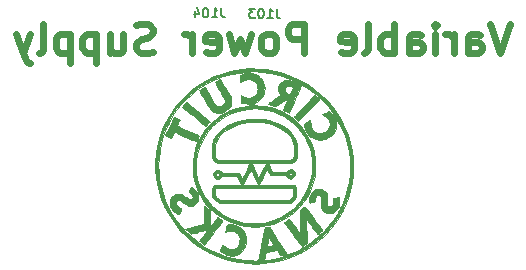
<source format=gbr>
G04 #@! TF.GenerationSoftware,KiCad,Pcbnew,(5.0.1-3-g963ef8bb5)*
G04 #@! TF.CreationDate,2019-10-14T22:43:49-07:00*
G04 #@! TF.ProjectId,powersupply,706F776572737570706C792E6B696361,rev?*
G04 #@! TF.SameCoordinates,Original*
G04 #@! TF.FileFunction,Legend,Bot*
G04 #@! TF.FilePolarity,Positive*
%FSLAX46Y46*%
G04 Gerber Fmt 4.6, Leading zero omitted, Abs format (unit mm)*
G04 Created by KiCad (PCBNEW (5.0.1-3-g963ef8bb5)) date Monday, October 14, 2019 at 10:43:49 PM*
%MOMM*%
%LPD*%
G01*
G04 APERTURE LIST*
%ADD10C,0.625000*%
%ADD11C,0.010000*%
%ADD12C,0.150000*%
G04 APERTURE END LIST*
D10*
X81052380Y-36580952D02*
X80219047Y-39080952D01*
X79385714Y-36580952D01*
X77480952Y-39080952D02*
X77480952Y-37771428D01*
X77600000Y-37533333D01*
X77838095Y-37414285D01*
X78314285Y-37414285D01*
X78552380Y-37533333D01*
X77480952Y-38961904D02*
X77719047Y-39080952D01*
X78314285Y-39080952D01*
X78552380Y-38961904D01*
X78671428Y-38723809D01*
X78671428Y-38485714D01*
X78552380Y-38247619D01*
X78314285Y-38128571D01*
X77719047Y-38128571D01*
X77480952Y-38009523D01*
X76290476Y-39080952D02*
X76290476Y-37414285D01*
X76290476Y-37890476D02*
X76171428Y-37652380D01*
X76052380Y-37533333D01*
X75814285Y-37414285D01*
X75576190Y-37414285D01*
X74742857Y-39080952D02*
X74742857Y-37414285D01*
X74742857Y-36580952D02*
X74861904Y-36700000D01*
X74742857Y-36819047D01*
X74623809Y-36700000D01*
X74742857Y-36580952D01*
X74742857Y-36819047D01*
X72480952Y-39080952D02*
X72480952Y-37771428D01*
X72600000Y-37533333D01*
X72838095Y-37414285D01*
X73314285Y-37414285D01*
X73552380Y-37533333D01*
X72480952Y-38961904D02*
X72719047Y-39080952D01*
X73314285Y-39080952D01*
X73552380Y-38961904D01*
X73671428Y-38723809D01*
X73671428Y-38485714D01*
X73552380Y-38247619D01*
X73314285Y-38128571D01*
X72719047Y-38128571D01*
X72480952Y-38009523D01*
X71290476Y-39080952D02*
X71290476Y-36580952D01*
X71290476Y-37533333D02*
X71052380Y-37414285D01*
X70576190Y-37414285D01*
X70338095Y-37533333D01*
X70219047Y-37652380D01*
X70100000Y-37890476D01*
X70100000Y-38604761D01*
X70219047Y-38842857D01*
X70338095Y-38961904D01*
X70576190Y-39080952D01*
X71052380Y-39080952D01*
X71290476Y-38961904D01*
X68671428Y-39080952D02*
X68909523Y-38961904D01*
X69028571Y-38723809D01*
X69028571Y-36580952D01*
X66766666Y-38961904D02*
X67004761Y-39080952D01*
X67480952Y-39080952D01*
X67719047Y-38961904D01*
X67838095Y-38723809D01*
X67838095Y-37771428D01*
X67719047Y-37533333D01*
X67480952Y-37414285D01*
X67004761Y-37414285D01*
X66766666Y-37533333D01*
X66647619Y-37771428D01*
X66647619Y-38009523D01*
X67838095Y-38247619D01*
X63671428Y-39080952D02*
X63671428Y-36580952D01*
X62719047Y-36580952D01*
X62480952Y-36700000D01*
X62361904Y-36819047D01*
X62242857Y-37057142D01*
X62242857Y-37414285D01*
X62361904Y-37652380D01*
X62480952Y-37771428D01*
X62719047Y-37890476D01*
X63671428Y-37890476D01*
X60814285Y-39080952D02*
X61052380Y-38961904D01*
X61171428Y-38842857D01*
X61290476Y-38604761D01*
X61290476Y-37890476D01*
X61171428Y-37652380D01*
X61052380Y-37533333D01*
X60814285Y-37414285D01*
X60457142Y-37414285D01*
X60219047Y-37533333D01*
X60100000Y-37652380D01*
X59980952Y-37890476D01*
X59980952Y-38604761D01*
X60100000Y-38842857D01*
X60219047Y-38961904D01*
X60457142Y-39080952D01*
X60814285Y-39080952D01*
X59147619Y-37414285D02*
X58671428Y-39080952D01*
X58195238Y-37890476D01*
X57719047Y-39080952D01*
X57242857Y-37414285D01*
X55338095Y-38961904D02*
X55576190Y-39080952D01*
X56052380Y-39080952D01*
X56290476Y-38961904D01*
X56409523Y-38723809D01*
X56409523Y-37771428D01*
X56290476Y-37533333D01*
X56052380Y-37414285D01*
X55576190Y-37414285D01*
X55338095Y-37533333D01*
X55219047Y-37771428D01*
X55219047Y-38009523D01*
X56409523Y-38247619D01*
X54147619Y-39080952D02*
X54147619Y-37414285D01*
X54147619Y-37890476D02*
X54028571Y-37652380D01*
X53909523Y-37533333D01*
X53671428Y-37414285D01*
X53433333Y-37414285D01*
X50814285Y-38961904D02*
X50457142Y-39080952D01*
X49861904Y-39080952D01*
X49623809Y-38961904D01*
X49504761Y-38842857D01*
X49385714Y-38604761D01*
X49385714Y-38366666D01*
X49504761Y-38128571D01*
X49623809Y-38009523D01*
X49861904Y-37890476D01*
X50338095Y-37771428D01*
X50576190Y-37652380D01*
X50695238Y-37533333D01*
X50814285Y-37295238D01*
X50814285Y-37057142D01*
X50695238Y-36819047D01*
X50576190Y-36700000D01*
X50338095Y-36580952D01*
X49742857Y-36580952D01*
X49385714Y-36700000D01*
X47242857Y-37414285D02*
X47242857Y-39080952D01*
X48314285Y-37414285D02*
X48314285Y-38723809D01*
X48195238Y-38961904D01*
X47957142Y-39080952D01*
X47600000Y-39080952D01*
X47361904Y-38961904D01*
X47242857Y-38842857D01*
X46052380Y-37414285D02*
X46052380Y-39914285D01*
X46052380Y-37533333D02*
X45814285Y-37414285D01*
X45338095Y-37414285D01*
X45100000Y-37533333D01*
X44980952Y-37652380D01*
X44861904Y-37890476D01*
X44861904Y-38604761D01*
X44980952Y-38842857D01*
X45100000Y-38961904D01*
X45338095Y-39080952D01*
X45814285Y-39080952D01*
X46052380Y-38961904D01*
X43790476Y-37414285D02*
X43790476Y-39914285D01*
X43790476Y-37533333D02*
X43552380Y-37414285D01*
X43076190Y-37414285D01*
X42838095Y-37533333D01*
X42719047Y-37652380D01*
X42600000Y-37890476D01*
X42600000Y-38604761D01*
X42719047Y-38842857D01*
X42838095Y-38961904D01*
X43076190Y-39080952D01*
X43552380Y-39080952D01*
X43790476Y-38961904D01*
X41171428Y-39080952D02*
X41409523Y-38961904D01*
X41528571Y-38723809D01*
X41528571Y-36580952D01*
X40457142Y-37414285D02*
X39861904Y-39080952D01*
X39266666Y-37414285D02*
X39861904Y-39080952D01*
X40100000Y-39676190D01*
X40219047Y-39795238D01*
X40457142Y-39914285D01*
D11*
G04 #@! TO.C,G\002A\002A\002A*
G36*
X58978602Y-44638395D02*
X58490199Y-44706262D01*
X58028273Y-44818257D01*
X57595649Y-44973345D01*
X57195151Y-45170487D01*
X56829604Y-45408646D01*
X56501833Y-45686785D01*
X56458882Y-45729095D01*
X56248406Y-45961297D01*
X56083562Y-46192828D01*
X55955394Y-46437378D01*
X55892983Y-46594344D01*
X55864215Y-46679932D01*
X55843249Y-46759233D01*
X55828492Y-46844612D01*
X55818349Y-46948429D01*
X55811229Y-47083048D01*
X55805538Y-47260832D01*
X55805128Y-47276080D01*
X55801768Y-47497081D01*
X55806391Y-47671718D01*
X55821305Y-47809787D01*
X55848819Y-47921083D01*
X55891239Y-48015401D01*
X55950874Y-48102536D01*
X56017960Y-48179486D01*
X56048587Y-48213348D01*
X56075728Y-48243561D01*
X56102599Y-48270329D01*
X56132419Y-48293858D01*
X56168405Y-48314352D01*
X56213775Y-48332014D01*
X56271746Y-48347050D01*
X56345536Y-48359664D01*
X56438362Y-48370060D01*
X56553443Y-48378442D01*
X56693996Y-48385016D01*
X56863238Y-48389984D01*
X57064388Y-48393552D01*
X57300663Y-48395925D01*
X57575280Y-48397306D01*
X57891457Y-48397900D01*
X58252412Y-48397911D01*
X58661363Y-48397544D01*
X59121526Y-48397002D01*
X59436955Y-48396666D01*
X59845846Y-48396084D01*
X60239915Y-48395153D01*
X60615363Y-48393903D01*
X60968392Y-48392363D01*
X61295203Y-48390560D01*
X61591996Y-48388525D01*
X61854974Y-48386286D01*
X62080338Y-48383872D01*
X62264288Y-48381312D01*
X62403027Y-48378634D01*
X62492755Y-48375868D01*
X62529222Y-48373165D01*
X62707003Y-48303047D01*
X62853483Y-48186479D01*
X62969599Y-48022641D01*
X62999583Y-47962111D01*
X63027757Y-47891422D01*
X63047465Y-47815877D01*
X63060688Y-47722100D01*
X63069405Y-47596714D01*
X63074787Y-47454111D01*
X63075295Y-47308526D01*
X62818754Y-47308526D01*
X62813439Y-47500078D01*
X62794856Y-47674327D01*
X62763732Y-47816650D01*
X62739446Y-47880424D01*
X62709320Y-47940846D01*
X62679511Y-47989212D01*
X62643660Y-48026994D01*
X62595407Y-48055662D01*
X62528392Y-48076684D01*
X62436256Y-48091531D01*
X62312639Y-48101673D01*
X62151181Y-48108579D01*
X61945523Y-48113720D01*
X61710777Y-48118173D01*
X60602207Y-48133853D01*
X59521352Y-48139589D01*
X58440377Y-48135439D01*
X57676919Y-48126801D01*
X57369439Y-48122352D01*
X57113310Y-48118336D01*
X56903441Y-48114470D01*
X56734744Y-48110475D01*
X56602129Y-48106069D01*
X56500506Y-48100970D01*
X56424786Y-48094899D01*
X56369880Y-48087573D01*
X56330697Y-48078712D01*
X56302149Y-48068035D01*
X56279146Y-48055261D01*
X56269754Y-48049094D01*
X56191757Y-47987222D01*
X56135464Y-47916056D01*
X56097198Y-47825165D01*
X56073282Y-47704119D01*
X56060038Y-47542490D01*
X56056281Y-47443622D01*
X56055961Y-47197590D01*
X56072108Y-46990931D01*
X56106989Y-46808390D01*
X56162874Y-46634711D01*
X56184594Y-46580818D01*
X56334831Y-46294522D01*
X56532974Y-46030083D01*
X56774285Y-45788984D01*
X57054031Y-45572712D01*
X57367476Y-45382750D01*
X57709884Y-45220585D01*
X58076519Y-45087700D01*
X58462648Y-44985582D01*
X58863533Y-44915714D01*
X59274440Y-44879583D01*
X59690633Y-44878672D01*
X60107377Y-44914467D01*
X60519937Y-44988453D01*
X60912170Y-45098290D01*
X61281084Y-45243457D01*
X61618937Y-45420822D01*
X61922128Y-45626862D01*
X62187056Y-45858054D01*
X62410120Y-46110876D01*
X62587718Y-46381804D01*
X62716250Y-46667316D01*
X62786669Y-46932000D01*
X62810074Y-47114293D01*
X62818754Y-47308526D01*
X63075295Y-47308526D01*
X63075707Y-47190675D01*
X63059626Y-46966093D01*
X63024286Y-46764732D01*
X62967427Y-46570963D01*
X62934398Y-46482531D01*
X62780838Y-46170656D01*
X62575632Y-45879606D01*
X62320079Y-45610643D01*
X62015480Y-45365031D01*
X61663133Y-45144031D01*
X61435708Y-45026812D01*
X61048749Y-44864197D01*
X60651712Y-44743992D01*
X60235218Y-44664215D01*
X59789891Y-44622885D01*
X59490658Y-44615695D01*
X58978602Y-44638395D01*
X58978602Y-44638395D01*
G37*
X58978602Y-44638395D02*
X58490199Y-44706262D01*
X58028273Y-44818257D01*
X57595649Y-44973345D01*
X57195151Y-45170487D01*
X56829604Y-45408646D01*
X56501833Y-45686785D01*
X56458882Y-45729095D01*
X56248406Y-45961297D01*
X56083562Y-46192828D01*
X55955394Y-46437378D01*
X55892983Y-46594344D01*
X55864215Y-46679932D01*
X55843249Y-46759233D01*
X55828492Y-46844612D01*
X55818349Y-46948429D01*
X55811229Y-47083048D01*
X55805538Y-47260832D01*
X55805128Y-47276080D01*
X55801768Y-47497081D01*
X55806391Y-47671718D01*
X55821305Y-47809787D01*
X55848819Y-47921083D01*
X55891239Y-48015401D01*
X55950874Y-48102536D01*
X56017960Y-48179486D01*
X56048587Y-48213348D01*
X56075728Y-48243561D01*
X56102599Y-48270329D01*
X56132419Y-48293858D01*
X56168405Y-48314352D01*
X56213775Y-48332014D01*
X56271746Y-48347050D01*
X56345536Y-48359664D01*
X56438362Y-48370060D01*
X56553443Y-48378442D01*
X56693996Y-48385016D01*
X56863238Y-48389984D01*
X57064388Y-48393552D01*
X57300663Y-48395925D01*
X57575280Y-48397306D01*
X57891457Y-48397900D01*
X58252412Y-48397911D01*
X58661363Y-48397544D01*
X59121526Y-48397002D01*
X59436955Y-48396666D01*
X59845846Y-48396084D01*
X60239915Y-48395153D01*
X60615363Y-48393903D01*
X60968392Y-48392363D01*
X61295203Y-48390560D01*
X61591996Y-48388525D01*
X61854974Y-48386286D01*
X62080338Y-48383872D01*
X62264288Y-48381312D01*
X62403027Y-48378634D01*
X62492755Y-48375868D01*
X62529222Y-48373165D01*
X62707003Y-48303047D01*
X62853483Y-48186479D01*
X62969599Y-48022641D01*
X62999583Y-47962111D01*
X63027757Y-47891422D01*
X63047465Y-47815877D01*
X63060688Y-47722100D01*
X63069405Y-47596714D01*
X63074787Y-47454111D01*
X63075295Y-47308526D01*
X62818754Y-47308526D01*
X62813439Y-47500078D01*
X62794856Y-47674327D01*
X62763732Y-47816650D01*
X62739446Y-47880424D01*
X62709320Y-47940846D01*
X62679511Y-47989212D01*
X62643660Y-48026994D01*
X62595407Y-48055662D01*
X62528392Y-48076684D01*
X62436256Y-48091531D01*
X62312639Y-48101673D01*
X62151181Y-48108579D01*
X61945523Y-48113720D01*
X61710777Y-48118173D01*
X60602207Y-48133853D01*
X59521352Y-48139589D01*
X58440377Y-48135439D01*
X57676919Y-48126801D01*
X57369439Y-48122352D01*
X57113310Y-48118336D01*
X56903441Y-48114470D01*
X56734744Y-48110475D01*
X56602129Y-48106069D01*
X56500506Y-48100970D01*
X56424786Y-48094899D01*
X56369880Y-48087573D01*
X56330697Y-48078712D01*
X56302149Y-48068035D01*
X56279146Y-48055261D01*
X56269754Y-48049094D01*
X56191757Y-47987222D01*
X56135464Y-47916056D01*
X56097198Y-47825165D01*
X56073282Y-47704119D01*
X56060038Y-47542490D01*
X56056281Y-47443622D01*
X56055961Y-47197590D01*
X56072108Y-46990931D01*
X56106989Y-46808390D01*
X56162874Y-46634711D01*
X56184594Y-46580818D01*
X56334831Y-46294522D01*
X56532974Y-46030083D01*
X56774285Y-45788984D01*
X57054031Y-45572712D01*
X57367476Y-45382750D01*
X57709884Y-45220585D01*
X58076519Y-45087700D01*
X58462648Y-44985582D01*
X58863533Y-44915714D01*
X59274440Y-44879583D01*
X59690633Y-44878672D01*
X60107377Y-44914467D01*
X60519937Y-44988453D01*
X60912170Y-45098290D01*
X61281084Y-45243457D01*
X61618937Y-45420822D01*
X61922128Y-45626862D01*
X62187056Y-45858054D01*
X62410120Y-46110876D01*
X62587718Y-46381804D01*
X62716250Y-46667316D01*
X62786669Y-46932000D01*
X62810074Y-47114293D01*
X62818754Y-47308526D01*
X63075295Y-47308526D01*
X63075707Y-47190675D01*
X63059626Y-46966093D01*
X63024286Y-46764732D01*
X62967427Y-46570963D01*
X62934398Y-46482531D01*
X62780838Y-46170656D01*
X62575632Y-45879606D01*
X62320079Y-45610643D01*
X62015480Y-45365031D01*
X61663133Y-45144031D01*
X61435708Y-45026812D01*
X61048749Y-44864197D01*
X60651712Y-44743992D01*
X60235218Y-44664215D01*
X59789891Y-44622885D01*
X59490658Y-44615695D01*
X58978602Y-44638395D01*
G36*
X58700997Y-49112166D02*
X58386193Y-49740111D01*
X58306265Y-49571429D01*
X58256430Y-49463626D01*
X58209911Y-49358647D01*
X58206424Y-49350337D01*
X56444084Y-49350337D01*
X56424414Y-49391815D01*
X56395550Y-49417456D01*
X56321573Y-49453058D01*
X56258115Y-49433434D01*
X56219778Y-49384013D01*
X56207707Y-49311996D01*
X56239983Y-49250788D01*
X56305070Y-49219137D01*
X56321931Y-49218000D01*
X56389906Y-49241048D01*
X56425756Y-49291871D01*
X56444084Y-49350337D01*
X58206424Y-49350337D01*
X58183730Y-49296262D01*
X58141123Y-49189777D01*
X56699608Y-49189777D01*
X56613226Y-49091393D01*
X56529641Y-49018446D01*
X56436882Y-48969354D01*
X56422698Y-48964966D01*
X56285769Y-48952614D01*
X56164613Y-48986284D01*
X56064594Y-49056520D01*
X55991075Y-49153866D01*
X55949421Y-49268868D01*
X55944995Y-49392069D01*
X55983160Y-49514016D01*
X56055582Y-49612129D01*
X56169242Y-49689513D01*
X56298656Y-49720236D01*
X56430082Y-49705763D01*
X56549780Y-49647559D01*
X56642389Y-49549611D01*
X56710790Y-49443777D01*
X57957871Y-49443777D01*
X58103435Y-49775389D01*
X58248999Y-50107000D01*
X58371221Y-50115205D01*
X58493444Y-50123411D01*
X58796748Y-49515483D01*
X58882126Y-49346070D01*
X58959963Y-49194870D01*
X59026565Y-49068801D01*
X59078235Y-48974778D01*
X59111280Y-48919716D01*
X59121304Y-48908055D01*
X59137511Y-48933201D01*
X59171346Y-49003440D01*
X59219567Y-49111419D01*
X59278933Y-49249787D01*
X59346203Y-49411191D01*
X59385664Y-49507778D01*
X59628773Y-50107000D01*
X59740882Y-50115452D01*
X59827824Y-50112006D01*
X59879504Y-50089197D01*
X59881140Y-50087230D01*
X59901430Y-50052338D01*
X59942935Y-49974549D01*
X60001707Y-49861496D01*
X60073797Y-49720806D01*
X60155257Y-49560110D01*
X60202704Y-49465804D01*
X60286375Y-49301231D01*
X60362157Y-49156306D01*
X60426355Y-49037762D01*
X60475272Y-48952334D01*
X60505212Y-48906753D01*
X60512551Y-48901360D01*
X60530346Y-48934639D01*
X60564589Y-49007268D01*
X60609466Y-49106727D01*
X60636695Y-49168611D01*
X60744407Y-49415555D01*
X61425148Y-49416626D01*
X62105888Y-49417697D01*
X62182133Y-49527973D01*
X62279724Y-49627965D01*
X62393823Y-49681629D01*
X62514224Y-49692355D01*
X62630717Y-49663536D01*
X62733094Y-49598563D01*
X62811146Y-49500827D01*
X62854665Y-49373721D01*
X62858291Y-49327913D01*
X62591672Y-49327913D01*
X62562957Y-49384906D01*
X62502566Y-49414559D01*
X62486888Y-49415555D01*
X62427238Y-49395201D01*
X62403347Y-49374578D01*
X62378676Y-49311623D01*
X62394034Y-49250195D01*
X62437402Y-49205437D01*
X62496763Y-49192494D01*
X62536277Y-49207058D01*
X62584263Y-49262368D01*
X62591672Y-49327913D01*
X62858291Y-49327913D01*
X62860290Y-49302666D01*
X62836932Y-49162897D01*
X62773713Y-49050492D01*
X62680911Y-48969104D01*
X62568808Y-48922387D01*
X62447683Y-48913995D01*
X62327817Y-48947582D01*
X62219490Y-49026803D01*
X62187947Y-49063688D01*
X62113300Y-49161555D01*
X61525649Y-49161555D01*
X61313655Y-49160622D01*
X61152764Y-49157618D01*
X61037662Y-49152236D01*
X60963036Y-49144168D01*
X60923571Y-49133108D01*
X60915310Y-49126277D01*
X60895346Y-49087366D01*
X60858427Y-49008608D01*
X60810053Y-48901939D01*
X60762467Y-48794666D01*
X60632311Y-48498333D01*
X60384333Y-48498333D01*
X60088000Y-49082888D01*
X60002911Y-49249198D01*
X59925393Y-49397802D01*
X59859299Y-49521545D01*
X59808484Y-49613273D01*
X59776801Y-49665832D01*
X59768695Y-49675555D01*
X59753368Y-49652789D01*
X59720572Y-49586707D01*
X59674155Y-49486258D01*
X59617961Y-49360391D01*
X59555838Y-49218055D01*
X59491633Y-49068199D01*
X59429192Y-48919772D01*
X59372361Y-48781723D01*
X59324987Y-48663001D01*
X59290916Y-48572554D01*
X59277860Y-48533611D01*
X59251680Y-48500446D01*
X59190785Y-48485961D01*
X59139386Y-48484222D01*
X59015801Y-48484222D01*
X58700997Y-49112166D01*
X58700997Y-49112166D01*
G37*
X58700997Y-49112166D02*
X58386193Y-49740111D01*
X58306265Y-49571429D01*
X58256430Y-49463626D01*
X58209911Y-49358647D01*
X58206424Y-49350337D01*
X56444084Y-49350337D01*
X56424414Y-49391815D01*
X56395550Y-49417456D01*
X56321573Y-49453058D01*
X56258115Y-49433434D01*
X56219778Y-49384013D01*
X56207707Y-49311996D01*
X56239983Y-49250788D01*
X56305070Y-49219137D01*
X56321931Y-49218000D01*
X56389906Y-49241048D01*
X56425756Y-49291871D01*
X56444084Y-49350337D01*
X58206424Y-49350337D01*
X58183730Y-49296262D01*
X58141123Y-49189777D01*
X56699608Y-49189777D01*
X56613226Y-49091393D01*
X56529641Y-49018446D01*
X56436882Y-48969354D01*
X56422698Y-48964966D01*
X56285769Y-48952614D01*
X56164613Y-48986284D01*
X56064594Y-49056520D01*
X55991075Y-49153866D01*
X55949421Y-49268868D01*
X55944995Y-49392069D01*
X55983160Y-49514016D01*
X56055582Y-49612129D01*
X56169242Y-49689513D01*
X56298656Y-49720236D01*
X56430082Y-49705763D01*
X56549780Y-49647559D01*
X56642389Y-49549611D01*
X56710790Y-49443777D01*
X57957871Y-49443777D01*
X58103435Y-49775389D01*
X58248999Y-50107000D01*
X58371221Y-50115205D01*
X58493444Y-50123411D01*
X58796748Y-49515483D01*
X58882126Y-49346070D01*
X58959963Y-49194870D01*
X59026565Y-49068801D01*
X59078235Y-48974778D01*
X59111280Y-48919716D01*
X59121304Y-48908055D01*
X59137511Y-48933201D01*
X59171346Y-49003440D01*
X59219567Y-49111419D01*
X59278933Y-49249787D01*
X59346203Y-49411191D01*
X59385664Y-49507778D01*
X59628773Y-50107000D01*
X59740882Y-50115452D01*
X59827824Y-50112006D01*
X59879504Y-50089197D01*
X59881140Y-50087230D01*
X59901430Y-50052338D01*
X59942935Y-49974549D01*
X60001707Y-49861496D01*
X60073797Y-49720806D01*
X60155257Y-49560110D01*
X60202704Y-49465804D01*
X60286375Y-49301231D01*
X60362157Y-49156306D01*
X60426355Y-49037762D01*
X60475272Y-48952334D01*
X60505212Y-48906753D01*
X60512551Y-48901360D01*
X60530346Y-48934639D01*
X60564589Y-49007268D01*
X60609466Y-49106727D01*
X60636695Y-49168611D01*
X60744407Y-49415555D01*
X61425148Y-49416626D01*
X62105888Y-49417697D01*
X62182133Y-49527973D01*
X62279724Y-49627965D01*
X62393823Y-49681629D01*
X62514224Y-49692355D01*
X62630717Y-49663536D01*
X62733094Y-49598563D01*
X62811146Y-49500827D01*
X62854665Y-49373721D01*
X62858291Y-49327913D01*
X62591672Y-49327913D01*
X62562957Y-49384906D01*
X62502566Y-49414559D01*
X62486888Y-49415555D01*
X62427238Y-49395201D01*
X62403347Y-49374578D01*
X62378676Y-49311623D01*
X62394034Y-49250195D01*
X62437402Y-49205437D01*
X62496763Y-49192494D01*
X62536277Y-49207058D01*
X62584263Y-49262368D01*
X62591672Y-49327913D01*
X62858291Y-49327913D01*
X62860290Y-49302666D01*
X62836932Y-49162897D01*
X62773713Y-49050492D01*
X62680911Y-48969104D01*
X62568808Y-48922387D01*
X62447683Y-48913995D01*
X62327817Y-48947582D01*
X62219490Y-49026803D01*
X62187947Y-49063688D01*
X62113300Y-49161555D01*
X61525649Y-49161555D01*
X61313655Y-49160622D01*
X61152764Y-49157618D01*
X61037662Y-49152236D01*
X60963036Y-49144168D01*
X60923571Y-49133108D01*
X60915310Y-49126277D01*
X60895346Y-49087366D01*
X60858427Y-49008608D01*
X60810053Y-48901939D01*
X60762467Y-48794666D01*
X60632311Y-48498333D01*
X60384333Y-48498333D01*
X60088000Y-49082888D01*
X60002911Y-49249198D01*
X59925393Y-49397802D01*
X59859299Y-49521545D01*
X59808484Y-49613273D01*
X59776801Y-49665832D01*
X59768695Y-49675555D01*
X59753368Y-49652789D01*
X59720572Y-49586707D01*
X59674155Y-49486258D01*
X59617961Y-49360391D01*
X59555838Y-49218055D01*
X59491633Y-49068199D01*
X59429192Y-48919772D01*
X59372361Y-48781723D01*
X59324987Y-48663001D01*
X59290916Y-48572554D01*
X59277860Y-48533611D01*
X59251680Y-48500446D01*
X59190785Y-48485961D01*
X59139386Y-48484222D01*
X59015801Y-48484222D01*
X58700997Y-49112166D01*
G36*
X58924549Y-50205867D02*
X58477225Y-50206022D01*
X58080144Y-50206330D01*
X57730207Y-50206837D01*
X57424312Y-50207590D01*
X57159361Y-50208632D01*
X56932251Y-50210009D01*
X56739884Y-50211768D01*
X56579159Y-50213952D01*
X56446974Y-50216609D01*
X56340231Y-50219783D01*
X56255828Y-50223519D01*
X56190666Y-50227863D01*
X56141643Y-50232861D01*
X56105660Y-50238557D01*
X56079616Y-50244998D01*
X56060412Y-50252229D01*
X56054228Y-50255210D01*
X55957441Y-50317216D01*
X55892520Y-50394276D01*
X55853357Y-50498494D01*
X55833842Y-50641977D01*
X55830751Y-50698115D01*
X55835557Y-50948621D01*
X55873673Y-51158764D01*
X55946401Y-51334675D01*
X55976553Y-51383774D01*
X56085973Y-51510886D01*
X56228155Y-51624763D01*
X56381168Y-51709039D01*
X56442329Y-51731352D01*
X56484890Y-51737226D01*
X56572996Y-51742691D01*
X56707773Y-51747764D01*
X56890346Y-51752460D01*
X57121838Y-51756797D01*
X57403375Y-51760792D01*
X57736082Y-51764461D01*
X58121082Y-51767820D01*
X58559502Y-51770886D01*
X59052465Y-51773676D01*
X59424777Y-51775448D01*
X59891593Y-51777490D01*
X60305364Y-51779197D01*
X60669488Y-51780520D01*
X60987364Y-51781416D01*
X61262390Y-51781836D01*
X61497965Y-51781736D01*
X61697487Y-51781069D01*
X61864355Y-51779789D01*
X62001967Y-51777849D01*
X62113721Y-51775204D01*
X62203017Y-51771807D01*
X62273252Y-51767613D01*
X62327826Y-51762575D01*
X62370136Y-51756646D01*
X62403581Y-51749782D01*
X62431559Y-51741935D01*
X62454005Y-51734306D01*
X62614842Y-51649929D01*
X62760640Y-51523289D01*
X62876536Y-51368569D01*
X62914285Y-51295122D01*
X62944839Y-51214639D01*
X62965503Y-51126845D01*
X62978667Y-51016567D01*
X62986725Y-50868632D01*
X62988139Y-50826666D01*
X62988280Y-50800343D01*
X62712666Y-50800343D01*
X62704698Y-50999748D01*
X62678061Y-51154574D01*
X62628657Y-51274776D01*
X62552388Y-51370307D01*
X62445155Y-51451120D01*
X62444555Y-51451490D01*
X62428904Y-51459991D01*
X62408897Y-51467519D01*
X62381208Y-51474132D01*
X62342510Y-51479890D01*
X62289477Y-51484852D01*
X62218783Y-51489077D01*
X62127101Y-51492623D01*
X62011106Y-51495549D01*
X61867470Y-51497915D01*
X61692869Y-51499779D01*
X61483975Y-51501201D01*
X61237463Y-51502238D01*
X60950006Y-51502951D01*
X60618277Y-51503398D01*
X60238951Y-51503637D01*
X59808702Y-51503729D01*
X59495333Y-51503737D01*
X58951257Y-51503442D01*
X58463210Y-51502574D01*
X58030778Y-51501130D01*
X57653547Y-51499105D01*
X57331105Y-51496496D01*
X57063039Y-51493297D01*
X56848935Y-51489506D01*
X56688380Y-51485117D01*
X56580960Y-51480126D01*
X56526263Y-51474530D01*
X56522947Y-51473742D01*
X56415278Y-51423914D01*
X56303564Y-51340821D01*
X56207234Y-51241434D01*
X56146685Y-51145073D01*
X56127086Y-51066063D01*
X56113917Y-50945199D01*
X56108695Y-50796856D01*
X56108666Y-50784541D01*
X56109321Y-50659480D01*
X56113176Y-50579214D01*
X56123070Y-50532091D01*
X56141839Y-50506462D01*
X56172321Y-50490677D01*
X56181059Y-50487301D01*
X56220388Y-50482934D01*
X56311515Y-50478934D01*
X56450062Y-50475301D01*
X56631655Y-50472033D01*
X56851915Y-50469129D01*
X57106465Y-50466588D01*
X57390930Y-50464409D01*
X57700932Y-50462591D01*
X58032095Y-50461132D01*
X58380041Y-50460031D01*
X58740394Y-50459288D01*
X59108778Y-50458901D01*
X59480814Y-50458869D01*
X59852128Y-50459190D01*
X60218341Y-50459865D01*
X60575077Y-50460890D01*
X60917959Y-50462267D01*
X61242611Y-50463992D01*
X61544655Y-50466066D01*
X61819715Y-50468486D01*
X62063414Y-50471253D01*
X62271376Y-50474364D01*
X62439223Y-50477818D01*
X62562579Y-50481615D01*
X62637067Y-50485753D01*
X62658077Y-50488993D01*
X62683244Y-50508382D01*
X62699303Y-50541557D01*
X62708235Y-50599803D01*
X62712018Y-50694406D01*
X62712666Y-50800343D01*
X62988280Y-50800343D01*
X62989120Y-50644395D01*
X62976939Y-50507960D01*
X62948300Y-50407622D01*
X62899911Y-50333643D01*
X62828478Y-50276284D01*
X62795593Y-50257347D01*
X62778911Y-50249474D01*
X62757782Y-50242445D01*
X62729096Y-50236211D01*
X62689745Y-50230725D01*
X62636620Y-50225939D01*
X62566611Y-50221805D01*
X62476610Y-50218278D01*
X62363509Y-50215307D01*
X62224197Y-50212847D01*
X62055566Y-50210850D01*
X61854507Y-50209268D01*
X61617911Y-50208054D01*
X61342669Y-50207159D01*
X61025672Y-50206537D01*
X60663812Y-50206140D01*
X60253979Y-50205921D01*
X59793064Y-50205832D01*
X59425218Y-50205821D01*
X58924549Y-50205867D01*
X58924549Y-50205867D01*
G37*
X58924549Y-50205867D02*
X58477225Y-50206022D01*
X58080144Y-50206330D01*
X57730207Y-50206837D01*
X57424312Y-50207590D01*
X57159361Y-50208632D01*
X56932251Y-50210009D01*
X56739884Y-50211768D01*
X56579159Y-50213952D01*
X56446974Y-50216609D01*
X56340231Y-50219783D01*
X56255828Y-50223519D01*
X56190666Y-50227863D01*
X56141643Y-50232861D01*
X56105660Y-50238557D01*
X56079616Y-50244998D01*
X56060412Y-50252229D01*
X56054228Y-50255210D01*
X55957441Y-50317216D01*
X55892520Y-50394276D01*
X55853357Y-50498494D01*
X55833842Y-50641977D01*
X55830751Y-50698115D01*
X55835557Y-50948621D01*
X55873673Y-51158764D01*
X55946401Y-51334675D01*
X55976553Y-51383774D01*
X56085973Y-51510886D01*
X56228155Y-51624763D01*
X56381168Y-51709039D01*
X56442329Y-51731352D01*
X56484890Y-51737226D01*
X56572996Y-51742691D01*
X56707773Y-51747764D01*
X56890346Y-51752460D01*
X57121838Y-51756797D01*
X57403375Y-51760792D01*
X57736082Y-51764461D01*
X58121082Y-51767820D01*
X58559502Y-51770886D01*
X59052465Y-51773676D01*
X59424777Y-51775448D01*
X59891593Y-51777490D01*
X60305364Y-51779197D01*
X60669488Y-51780520D01*
X60987364Y-51781416D01*
X61262390Y-51781836D01*
X61497965Y-51781736D01*
X61697487Y-51781069D01*
X61864355Y-51779789D01*
X62001967Y-51777849D01*
X62113721Y-51775204D01*
X62203017Y-51771807D01*
X62273252Y-51767613D01*
X62327826Y-51762575D01*
X62370136Y-51756646D01*
X62403581Y-51749782D01*
X62431559Y-51741935D01*
X62454005Y-51734306D01*
X62614842Y-51649929D01*
X62760640Y-51523289D01*
X62876536Y-51368569D01*
X62914285Y-51295122D01*
X62944839Y-51214639D01*
X62965503Y-51126845D01*
X62978667Y-51016567D01*
X62986725Y-50868632D01*
X62988139Y-50826666D01*
X62988280Y-50800343D01*
X62712666Y-50800343D01*
X62704698Y-50999748D01*
X62678061Y-51154574D01*
X62628657Y-51274776D01*
X62552388Y-51370307D01*
X62445155Y-51451120D01*
X62444555Y-51451490D01*
X62428904Y-51459991D01*
X62408897Y-51467519D01*
X62381208Y-51474132D01*
X62342510Y-51479890D01*
X62289477Y-51484852D01*
X62218783Y-51489077D01*
X62127101Y-51492623D01*
X62011106Y-51495549D01*
X61867470Y-51497915D01*
X61692869Y-51499779D01*
X61483975Y-51501201D01*
X61237463Y-51502238D01*
X60950006Y-51502951D01*
X60618277Y-51503398D01*
X60238951Y-51503637D01*
X59808702Y-51503729D01*
X59495333Y-51503737D01*
X58951257Y-51503442D01*
X58463210Y-51502574D01*
X58030778Y-51501130D01*
X57653547Y-51499105D01*
X57331105Y-51496496D01*
X57063039Y-51493297D01*
X56848935Y-51489506D01*
X56688380Y-51485117D01*
X56580960Y-51480126D01*
X56526263Y-51474530D01*
X56522947Y-51473742D01*
X56415278Y-51423914D01*
X56303564Y-51340821D01*
X56207234Y-51241434D01*
X56146685Y-51145073D01*
X56127086Y-51066063D01*
X56113917Y-50945199D01*
X56108695Y-50796856D01*
X56108666Y-50784541D01*
X56109321Y-50659480D01*
X56113176Y-50579214D01*
X56123070Y-50532091D01*
X56141839Y-50506462D01*
X56172321Y-50490677D01*
X56181059Y-50487301D01*
X56220388Y-50482934D01*
X56311515Y-50478934D01*
X56450062Y-50475301D01*
X56631655Y-50472033D01*
X56851915Y-50469129D01*
X57106465Y-50466588D01*
X57390930Y-50464409D01*
X57700932Y-50462591D01*
X58032095Y-50461132D01*
X58380041Y-50460031D01*
X58740394Y-50459288D01*
X59108778Y-50458901D01*
X59480814Y-50458869D01*
X59852128Y-50459190D01*
X60218341Y-50459865D01*
X60575077Y-50460890D01*
X60917959Y-50462267D01*
X61242611Y-50463992D01*
X61544655Y-50466066D01*
X61819715Y-50468486D01*
X62063414Y-50471253D01*
X62271376Y-50474364D01*
X62439223Y-50477818D01*
X62562579Y-50481615D01*
X62637067Y-50485753D01*
X62658077Y-50488993D01*
X62683244Y-50508382D01*
X62699303Y-50541557D01*
X62708235Y-50599803D01*
X62712018Y-50694406D01*
X62712666Y-50800343D01*
X62988280Y-50800343D01*
X62989120Y-50644395D01*
X62976939Y-50507960D01*
X62948300Y-50407622D01*
X62899911Y-50333643D01*
X62828478Y-50276284D01*
X62795593Y-50257347D01*
X62778911Y-50249474D01*
X62757782Y-50242445D01*
X62729096Y-50236211D01*
X62689745Y-50230725D01*
X62636620Y-50225939D01*
X62566611Y-50221805D01*
X62476610Y-50218278D01*
X62363509Y-50215307D01*
X62224197Y-50212847D01*
X62055566Y-50210850D01*
X61854507Y-50209268D01*
X61617911Y-50208054D01*
X61342669Y-50207159D01*
X61025672Y-50206537D01*
X60663812Y-50206140D01*
X60253979Y-50205921D01*
X59793064Y-50205832D01*
X59425218Y-50205821D01*
X58924549Y-50205867D01*
G36*
X58667126Y-40793180D02*
X58458166Y-40850933D01*
X58225333Y-40928145D01*
X58225333Y-41234850D01*
X58226612Y-41358786D01*
X58230080Y-41458719D01*
X58235177Y-41523189D01*
X58240249Y-41541555D01*
X58271261Y-41529772D01*
X58337612Y-41498995D01*
X58418113Y-41459299D01*
X58663382Y-41355079D01*
X58886962Y-41300709D01*
X59072450Y-41295111D01*
X59265899Y-41337428D01*
X59426952Y-41424616D01*
X59553413Y-41553857D01*
X59643085Y-41722338D01*
X59693774Y-41927242D01*
X59704871Y-42106000D01*
X59680856Y-42318870D01*
X59612123Y-42498935D01*
X59499371Y-42644664D01*
X59433929Y-42699014D01*
X59270243Y-42789357D01*
X59088327Y-42834690D01*
X58884739Y-42834879D01*
X58656038Y-42789789D01*
X58398783Y-42699285D01*
X58295888Y-42654360D01*
X58283034Y-42674796D01*
X58275940Y-42748469D01*
X58274802Y-42872443D01*
X58276410Y-42948306D01*
X58285153Y-43255146D01*
X58502188Y-43303090D01*
X58687801Y-43336101D01*
X58881600Y-43356858D01*
X59066196Y-43364405D01*
X59224199Y-43357785D01*
X59297777Y-43346874D01*
X59522426Y-43272642D01*
X59735525Y-43151287D01*
X59926605Y-42991893D01*
X60085195Y-42803542D01*
X60200823Y-42595316D01*
X60219625Y-42547275D01*
X60285576Y-42285973D01*
X60299038Y-42021077D01*
X60261792Y-41760781D01*
X60175620Y-41513280D01*
X60042305Y-41286770D01*
X59912681Y-41135819D01*
X59701095Y-40961136D01*
X59470275Y-40839439D01*
X59220691Y-40770818D01*
X58952818Y-40755368D01*
X58667126Y-40793180D01*
X58667126Y-40793180D01*
G37*
X58667126Y-40793180D02*
X58458166Y-40850933D01*
X58225333Y-40928145D01*
X58225333Y-41234850D01*
X58226612Y-41358786D01*
X58230080Y-41458719D01*
X58235177Y-41523189D01*
X58240249Y-41541555D01*
X58271261Y-41529772D01*
X58337612Y-41498995D01*
X58418113Y-41459299D01*
X58663382Y-41355079D01*
X58886962Y-41300709D01*
X59072450Y-41295111D01*
X59265899Y-41337428D01*
X59426952Y-41424616D01*
X59553413Y-41553857D01*
X59643085Y-41722338D01*
X59693774Y-41927242D01*
X59704871Y-42106000D01*
X59680856Y-42318870D01*
X59612123Y-42498935D01*
X59499371Y-42644664D01*
X59433929Y-42699014D01*
X59270243Y-42789357D01*
X59088327Y-42834690D01*
X58884739Y-42834879D01*
X58656038Y-42789789D01*
X58398783Y-42699285D01*
X58295888Y-42654360D01*
X58283034Y-42674796D01*
X58275940Y-42748469D01*
X58274802Y-42872443D01*
X58276410Y-42948306D01*
X58285153Y-43255146D01*
X58502188Y-43303090D01*
X58687801Y-43336101D01*
X58881600Y-43356858D01*
X59066196Y-43364405D01*
X59224199Y-43357785D01*
X59297777Y-43346874D01*
X59522426Y-43272642D01*
X59735525Y-43151287D01*
X59926605Y-42991893D01*
X60085195Y-42803542D01*
X60200823Y-42595316D01*
X60219625Y-42547275D01*
X60285576Y-42285973D01*
X60299038Y-42021077D01*
X60261792Y-41760781D01*
X60175620Y-41513280D01*
X60042305Y-41286770D01*
X59912681Y-41135819D01*
X59701095Y-40961136D01*
X59470275Y-40839439D01*
X59220691Y-40770818D01*
X58952818Y-40755368D01*
X58667126Y-40793180D01*
G36*
X62039698Y-41354937D02*
X61953076Y-41379279D01*
X61899838Y-41400719D01*
X61736271Y-41499811D01*
X61607240Y-41635800D01*
X61515440Y-41798981D01*
X61463562Y-41979649D01*
X61454300Y-42168096D01*
X61490346Y-42354618D01*
X61574392Y-42529509D01*
X61583093Y-42542450D01*
X61661758Y-42656784D01*
X61112963Y-42992010D01*
X60957377Y-43088461D01*
X60820911Y-43175783D01*
X60710005Y-43249625D01*
X60631101Y-43305638D01*
X60590639Y-43339474D01*
X60587140Y-43347086D01*
X60625299Y-43368593D01*
X60700755Y-43403733D01*
X60799018Y-43446490D01*
X60905596Y-43490848D01*
X61005998Y-43530793D01*
X61085735Y-43560308D01*
X61130313Y-43573377D01*
X61132683Y-43573555D01*
X61165628Y-43559304D01*
X61238796Y-43519490D01*
X61344578Y-43458520D01*
X61475369Y-43380802D01*
X61623560Y-43290746D01*
X61668444Y-43263111D01*
X61848931Y-43152284D01*
X61987214Y-43069162D01*
X62088640Y-43011044D01*
X62158559Y-42975231D01*
X62202320Y-42959020D01*
X62225273Y-42959711D01*
X62232767Y-42974603D01*
X62232888Y-42978118D01*
X62221605Y-43011054D01*
X62190367Y-43086126D01*
X62143094Y-43194322D01*
X62083706Y-43326632D01*
X62034427Y-43434412D01*
X61970066Y-43577986D01*
X61917061Y-43703722D01*
X61878862Y-43802799D01*
X61858917Y-43866396D01*
X61858038Y-43885530D01*
X61892465Y-43905109D01*
X61965805Y-43940268D01*
X62064897Y-43984807D01*
X62113385Y-44005829D01*
X62346660Y-44105853D01*
X62385163Y-44016093D01*
X62405079Y-43971407D01*
X62445825Y-43881391D01*
X62504679Y-43752014D01*
X62578920Y-43589241D01*
X62665823Y-43399039D01*
X62762667Y-43187375D01*
X62866729Y-42960215D01*
X62909008Y-42868000D01*
X63013634Y-42639548D01*
X63110751Y-42426901D01*
X63197866Y-42235563D01*
X63272486Y-42071036D01*
X63314474Y-41977941D01*
X62684444Y-41977941D01*
X62672790Y-42022635D01*
X62641936Y-42100383D01*
X62598043Y-42198591D01*
X62547271Y-42304666D01*
X62495781Y-42406016D01*
X62449735Y-42490048D01*
X62415292Y-42544168D01*
X62400882Y-42557555D01*
X62359339Y-42545578D01*
X62290322Y-42515579D01*
X62263537Y-42502348D01*
X62129993Y-42412121D01*
X62045212Y-42305246D01*
X62011505Y-42186907D01*
X62031183Y-42062292D01*
X62049283Y-42021645D01*
X62127542Y-41919257D01*
X62234424Y-41864161D01*
X62337375Y-41852000D01*
X62433124Y-41861218D01*
X62531216Y-41885061D01*
X62615891Y-41917811D01*
X62671390Y-41953749D01*
X62684444Y-41977941D01*
X63314474Y-41977941D01*
X63332118Y-41938824D01*
X63374266Y-41844433D01*
X63396439Y-41793364D01*
X63399231Y-41786004D01*
X63376164Y-41767887D01*
X63309116Y-41732042D01*
X63206225Y-41682407D01*
X63075629Y-41622920D01*
X62938444Y-41563061D01*
X62762823Y-41488922D01*
X62627498Y-41434905D01*
X62521473Y-41397567D01*
X62433754Y-41373465D01*
X62353347Y-41359157D01*
X62269256Y-41351201D01*
X62259877Y-41350601D01*
X62133957Y-41346492D01*
X62039698Y-41354937D01*
X62039698Y-41354937D01*
G37*
X62039698Y-41354937D02*
X61953076Y-41379279D01*
X61899838Y-41400719D01*
X61736271Y-41499811D01*
X61607240Y-41635800D01*
X61515440Y-41798981D01*
X61463562Y-41979649D01*
X61454300Y-42168096D01*
X61490346Y-42354618D01*
X61574392Y-42529509D01*
X61583093Y-42542450D01*
X61661758Y-42656784D01*
X61112963Y-42992010D01*
X60957377Y-43088461D01*
X60820911Y-43175783D01*
X60710005Y-43249625D01*
X60631101Y-43305638D01*
X60590639Y-43339474D01*
X60587140Y-43347086D01*
X60625299Y-43368593D01*
X60700755Y-43403733D01*
X60799018Y-43446490D01*
X60905596Y-43490848D01*
X61005998Y-43530793D01*
X61085735Y-43560308D01*
X61130313Y-43573377D01*
X61132683Y-43573555D01*
X61165628Y-43559304D01*
X61238796Y-43519490D01*
X61344578Y-43458520D01*
X61475369Y-43380802D01*
X61623560Y-43290746D01*
X61668444Y-43263111D01*
X61848931Y-43152284D01*
X61987214Y-43069162D01*
X62088640Y-43011044D01*
X62158559Y-42975231D01*
X62202320Y-42959020D01*
X62225273Y-42959711D01*
X62232767Y-42974603D01*
X62232888Y-42978118D01*
X62221605Y-43011054D01*
X62190367Y-43086126D01*
X62143094Y-43194322D01*
X62083706Y-43326632D01*
X62034427Y-43434412D01*
X61970066Y-43577986D01*
X61917061Y-43703722D01*
X61878862Y-43802799D01*
X61858917Y-43866396D01*
X61858038Y-43885530D01*
X61892465Y-43905109D01*
X61965805Y-43940268D01*
X62064897Y-43984807D01*
X62113385Y-44005829D01*
X62346660Y-44105853D01*
X62385163Y-44016093D01*
X62405079Y-43971407D01*
X62445825Y-43881391D01*
X62504679Y-43752014D01*
X62578920Y-43589241D01*
X62665823Y-43399039D01*
X62762667Y-43187375D01*
X62866729Y-42960215D01*
X62909008Y-42868000D01*
X63013634Y-42639548D01*
X63110751Y-42426901D01*
X63197866Y-42235563D01*
X63272486Y-42071036D01*
X63314474Y-41977941D01*
X62684444Y-41977941D01*
X62672790Y-42022635D01*
X62641936Y-42100383D01*
X62598043Y-42198591D01*
X62547271Y-42304666D01*
X62495781Y-42406016D01*
X62449735Y-42490048D01*
X62415292Y-42544168D01*
X62400882Y-42557555D01*
X62359339Y-42545578D01*
X62290322Y-42515579D01*
X62263537Y-42502348D01*
X62129993Y-42412121D01*
X62045212Y-42305246D01*
X62011505Y-42186907D01*
X62031183Y-42062292D01*
X62049283Y-42021645D01*
X62127542Y-41919257D01*
X62234424Y-41864161D01*
X62337375Y-41852000D01*
X62433124Y-41861218D01*
X62531216Y-41885061D01*
X62615891Y-41917811D01*
X62671390Y-41953749D01*
X62684444Y-41977941D01*
X63314474Y-41977941D01*
X63332118Y-41938824D01*
X63374266Y-41844433D01*
X63396439Y-41793364D01*
X63399231Y-41786004D01*
X63376164Y-41767887D01*
X63309116Y-41732042D01*
X63206225Y-41682407D01*
X63075629Y-41622920D01*
X62938444Y-41563061D01*
X62762823Y-41488922D01*
X62627498Y-41434905D01*
X62521473Y-41397567D01*
X62433754Y-41373465D01*
X62353347Y-41359157D01*
X62269256Y-41351201D01*
X62259877Y-41350601D01*
X62133957Y-41346492D01*
X62039698Y-41354937D01*
G36*
X56339055Y-41345023D02*
X56238664Y-41400003D01*
X56157305Y-41446517D01*
X56107962Y-41477065D01*
X56100307Y-41482926D01*
X56107927Y-41512050D01*
X56140393Y-41583874D01*
X56194472Y-41692134D01*
X56266928Y-41830565D01*
X56354528Y-41992904D01*
X56454036Y-42172887D01*
X56486124Y-42230092D01*
X56591189Y-42419239D01*
X56687466Y-42597280D01*
X56771244Y-42756980D01*
X56838815Y-42891103D01*
X56886468Y-42992413D01*
X56910494Y-43053676D01*
X56912264Y-43061199D01*
X56909854Y-43204638D01*
X56855390Y-43335113D01*
X56752899Y-43446057D01*
X56630777Y-43520214D01*
X56474697Y-43566876D01*
X56328556Y-43558049D01*
X56216642Y-43509911D01*
X56172805Y-43481806D01*
X56133893Y-43451728D01*
X56095787Y-43413650D01*
X56054372Y-43361544D01*
X56005531Y-43289383D01*
X55945147Y-43191140D01*
X55869104Y-43060788D01*
X55773284Y-42892299D01*
X55672191Y-42712777D01*
X55575718Y-42541381D01*
X55485564Y-42381668D01*
X55406354Y-42241796D01*
X55342714Y-42129920D01*
X55299266Y-42054197D01*
X55284760Y-42029420D01*
X55230448Y-41938729D01*
X54992224Y-42056876D01*
X54889209Y-42109458D01*
X54808613Y-42153434D01*
X54761557Y-42182587D01*
X54754000Y-42190096D01*
X54767784Y-42223675D01*
X54806381Y-42298566D01*
X54865657Y-42407624D01*
X54941480Y-42543703D01*
X55029715Y-42699658D01*
X55126229Y-42868343D01*
X55226889Y-43042615D01*
X55327561Y-43215326D01*
X55424113Y-43379333D01*
X55512410Y-43527489D01*
X55588319Y-43652650D01*
X55647707Y-43747670D01*
X55686441Y-43805403D01*
X55694046Y-43815125D01*
X55846347Y-43950794D01*
X56032059Y-44050735D01*
X56237587Y-44110467D01*
X56449339Y-44125511D01*
X56585387Y-44108889D01*
X56774127Y-44050280D01*
X56962906Y-43957219D01*
X57138409Y-43838973D01*
X57287327Y-43704810D01*
X57396346Y-43563996D01*
X57414236Y-43531917D01*
X57460100Y-43397037D01*
X57484896Y-43212931D01*
X57485773Y-43199138D01*
X57487534Y-43053928D01*
X57470575Y-42926206D01*
X57430136Y-42798866D01*
X57361456Y-42654802D01*
X57307218Y-42557555D01*
X57267391Y-42488013D01*
X57205144Y-42378628D01*
X57125768Y-42238733D01*
X57034556Y-42077659D01*
X56936800Y-41904737D01*
X56886466Y-41815589D01*
X56555333Y-41228845D01*
X56339055Y-41345023D01*
X56339055Y-41345023D01*
G37*
X56339055Y-41345023D02*
X56238664Y-41400003D01*
X56157305Y-41446517D01*
X56107962Y-41477065D01*
X56100307Y-41482926D01*
X56107927Y-41512050D01*
X56140393Y-41583874D01*
X56194472Y-41692134D01*
X56266928Y-41830565D01*
X56354528Y-41992904D01*
X56454036Y-42172887D01*
X56486124Y-42230092D01*
X56591189Y-42419239D01*
X56687466Y-42597280D01*
X56771244Y-42756980D01*
X56838815Y-42891103D01*
X56886468Y-42992413D01*
X56910494Y-43053676D01*
X56912264Y-43061199D01*
X56909854Y-43204638D01*
X56855390Y-43335113D01*
X56752899Y-43446057D01*
X56630777Y-43520214D01*
X56474697Y-43566876D01*
X56328556Y-43558049D01*
X56216642Y-43509911D01*
X56172805Y-43481806D01*
X56133893Y-43451728D01*
X56095787Y-43413650D01*
X56054372Y-43361544D01*
X56005531Y-43289383D01*
X55945147Y-43191140D01*
X55869104Y-43060788D01*
X55773284Y-42892299D01*
X55672191Y-42712777D01*
X55575718Y-42541381D01*
X55485564Y-42381668D01*
X55406354Y-42241796D01*
X55342714Y-42129920D01*
X55299266Y-42054197D01*
X55284760Y-42029420D01*
X55230448Y-41938729D01*
X54992224Y-42056876D01*
X54889209Y-42109458D01*
X54808613Y-42153434D01*
X54761557Y-42182587D01*
X54754000Y-42190096D01*
X54767784Y-42223675D01*
X54806381Y-42298566D01*
X54865657Y-42407624D01*
X54941480Y-42543703D01*
X55029715Y-42699658D01*
X55126229Y-42868343D01*
X55226889Y-43042615D01*
X55327561Y-43215326D01*
X55424113Y-43379333D01*
X55512410Y-43527489D01*
X55588319Y-43652650D01*
X55647707Y-43747670D01*
X55686441Y-43805403D01*
X55694046Y-43815125D01*
X55846347Y-43950794D01*
X56032059Y-44050735D01*
X56237587Y-44110467D01*
X56449339Y-44125511D01*
X56585387Y-44108889D01*
X56774127Y-44050280D01*
X56962906Y-43957219D01*
X57138409Y-43838973D01*
X57287327Y-43704810D01*
X57396346Y-43563996D01*
X57414236Y-43531917D01*
X57460100Y-43397037D01*
X57484896Y-43212931D01*
X57485773Y-43199138D01*
X57487534Y-43053928D01*
X57470575Y-42926206D01*
X57430136Y-42798866D01*
X57361456Y-42654802D01*
X57307218Y-42557555D01*
X57267391Y-42488013D01*
X57205144Y-42378628D01*
X57125768Y-42238733D01*
X57034556Y-42077659D01*
X56936800Y-41904737D01*
X56886466Y-41815589D01*
X56555333Y-41228845D01*
X56339055Y-41345023D01*
G36*
X64498226Y-42635422D02*
X64438414Y-42695347D01*
X64350111Y-42785933D01*
X64238063Y-42902156D01*
X64107021Y-43038989D01*
X63961733Y-43191407D01*
X63806948Y-43354386D01*
X63647414Y-43522900D01*
X63487880Y-43691924D01*
X63333094Y-43856433D01*
X63187806Y-44011402D01*
X63056763Y-44151805D01*
X62944715Y-44272617D01*
X62856410Y-44368814D01*
X62796597Y-44435369D01*
X62770024Y-44467258D01*
X62769111Y-44469111D01*
X62788855Y-44497399D01*
X62841798Y-44553057D01*
X62918504Y-44626463D01*
X62964150Y-44668007D01*
X63159189Y-44842629D01*
X64043650Y-43910416D01*
X64225212Y-43718746D01*
X64394446Y-43539497D01*
X64547458Y-43376838D01*
X64680354Y-43234937D01*
X64789238Y-43117962D01*
X64870217Y-43030080D01*
X64919395Y-42975460D01*
X64933269Y-42958379D01*
X64915918Y-42931501D01*
X64865670Y-42880496D01*
X64794217Y-42815302D01*
X64713248Y-42745854D01*
X64634454Y-42682089D01*
X64569525Y-42633945D01*
X64530151Y-42611357D01*
X64524798Y-42611183D01*
X64498226Y-42635422D01*
X64498226Y-42635422D01*
G37*
X64498226Y-42635422D02*
X64438414Y-42695347D01*
X64350111Y-42785933D01*
X64238063Y-42902156D01*
X64107021Y-43038989D01*
X63961733Y-43191407D01*
X63806948Y-43354386D01*
X63647414Y-43522900D01*
X63487880Y-43691924D01*
X63333094Y-43856433D01*
X63187806Y-44011402D01*
X63056763Y-44151805D01*
X62944715Y-44272617D01*
X62856410Y-44368814D01*
X62796597Y-44435369D01*
X62770024Y-44467258D01*
X62769111Y-44469111D01*
X62788855Y-44497399D01*
X62841798Y-44553057D01*
X62918504Y-44626463D01*
X62964150Y-44668007D01*
X63159189Y-44842629D01*
X64043650Y-43910416D01*
X64225212Y-43718746D01*
X64394446Y-43539497D01*
X64547458Y-43376838D01*
X64680354Y-43234937D01*
X64789238Y-43117962D01*
X64870217Y-43030080D01*
X64919395Y-42975460D01*
X64933269Y-42958379D01*
X64915918Y-42931501D01*
X64865670Y-42880496D01*
X64794217Y-42815302D01*
X64713248Y-42745854D01*
X64634454Y-42682089D01*
X64569525Y-42633945D01*
X64530151Y-42611357D01*
X64524798Y-42611183D01*
X64498226Y-42635422D01*
G36*
X53633287Y-43232968D02*
X53580305Y-43284942D01*
X53500526Y-43372810D01*
X53491453Y-43382975D01*
X53416632Y-43471020D01*
X53361093Y-43544499D01*
X53332415Y-43592938D01*
X53330795Y-43605042D01*
X53354153Y-43626775D01*
X53415207Y-43680079D01*
X53508715Y-43760529D01*
X53629439Y-43863700D01*
X53772138Y-43985167D01*
X53931574Y-44120507D01*
X54102506Y-44265294D01*
X54279695Y-44415103D01*
X54457901Y-44565511D01*
X54631884Y-44712093D01*
X54796406Y-44850423D01*
X54946226Y-44976077D01*
X55076104Y-45084631D01*
X55180801Y-45171661D01*
X55255078Y-45232740D01*
X55293694Y-45263446D01*
X55297982Y-45266232D01*
X55318354Y-45246470D01*
X55367027Y-45194439D01*
X55434791Y-45120044D01*
X55459555Y-45092516D01*
X55534382Y-45007738D01*
X55595197Y-44936343D01*
X55631430Y-44890816D01*
X55635633Y-44884568D01*
X55619912Y-44856640D01*
X55560030Y-44794059D01*
X55455947Y-44696788D01*
X55307621Y-44564790D01*
X55115010Y-44398027D01*
X54878071Y-44196463D01*
X54720149Y-44063451D01*
X54521059Y-43896348D01*
X54333748Y-43739266D01*
X54162981Y-43596192D01*
X54013525Y-43471113D01*
X53890143Y-43368013D01*
X53797602Y-43290881D01*
X53740666Y-43243702D01*
X53725627Y-43231470D01*
X53696530Y-43212325D01*
X53668889Y-43210793D01*
X53633287Y-43232968D01*
X53633287Y-43232968D01*
G37*
X53633287Y-43232968D02*
X53580305Y-43284942D01*
X53500526Y-43372810D01*
X53491453Y-43382975D01*
X53416632Y-43471020D01*
X53361093Y-43544499D01*
X53332415Y-43592938D01*
X53330795Y-43605042D01*
X53354153Y-43626775D01*
X53415207Y-43680079D01*
X53508715Y-43760529D01*
X53629439Y-43863700D01*
X53772138Y-43985167D01*
X53931574Y-44120507D01*
X54102506Y-44265294D01*
X54279695Y-44415103D01*
X54457901Y-44565511D01*
X54631884Y-44712093D01*
X54796406Y-44850423D01*
X54946226Y-44976077D01*
X55076104Y-45084631D01*
X55180801Y-45171661D01*
X55255078Y-45232740D01*
X55293694Y-45263446D01*
X55297982Y-45266232D01*
X55318354Y-45246470D01*
X55367027Y-45194439D01*
X55434791Y-45120044D01*
X55459555Y-45092516D01*
X55534382Y-45007738D01*
X55595197Y-44936343D01*
X55631430Y-44890816D01*
X55635633Y-44884568D01*
X55619912Y-44856640D01*
X55560030Y-44794059D01*
X55455947Y-44696788D01*
X55307621Y-44564790D01*
X55115010Y-44398027D01*
X54878071Y-44196463D01*
X54720149Y-44063451D01*
X54521059Y-43896348D01*
X54333748Y-43739266D01*
X54162981Y-43596192D01*
X54013525Y-43471113D01*
X53890143Y-43368013D01*
X53797602Y-43290881D01*
X53740666Y-43243702D01*
X53725627Y-43231470D01*
X53696530Y-43212325D01*
X53668889Y-43210793D01*
X53633287Y-43232968D01*
G36*
X65466076Y-44101355D02*
X65355878Y-44157479D01*
X65267407Y-44205169D01*
X65211100Y-44238630D01*
X65196222Y-44251173D01*
X65217954Y-44274610D01*
X65271105Y-44311097D01*
X65279394Y-44316072D01*
X65393085Y-44396886D01*
X65514387Y-44505057D01*
X65627732Y-44624713D01*
X65717549Y-44739982D01*
X65752757Y-44798632D01*
X65815733Y-44977620D01*
X65824631Y-45154746D01*
X65781727Y-45324985D01*
X65689300Y-45483315D01*
X65549625Y-45624712D01*
X65364982Y-45744152D01*
X65312498Y-45769792D01*
X65105130Y-45839538D01*
X64908046Y-45856523D01*
X64725626Y-45824118D01*
X64562254Y-45745696D01*
X64422312Y-45624631D01*
X64310183Y-45464295D01*
X64230248Y-45268062D01*
X64186891Y-45039303D01*
X64180222Y-44898353D01*
X64180222Y-44758374D01*
X63900294Y-44898848D01*
X63620366Y-45039323D01*
X63661149Y-45216606D01*
X63736414Y-45491977D01*
X63826145Y-45719235D01*
X63934597Y-45905777D01*
X64066021Y-46059002D01*
X64214728Y-46179554D01*
X64437068Y-46299865D01*
X64684932Y-46378159D01*
X64943551Y-46411598D01*
X65198153Y-46397342D01*
X65273106Y-46382987D01*
X65490521Y-46312940D01*
X65703026Y-46206387D01*
X65898666Y-46071926D01*
X66065483Y-45918152D01*
X66191523Y-45753663D01*
X66220451Y-45701829D01*
X66326717Y-45440568D01*
X66377052Y-45186251D01*
X66371472Y-44938365D01*
X66309997Y-44696394D01*
X66259199Y-44579275D01*
X66162235Y-44411265D01*
X66043834Y-44249311D01*
X65917498Y-44110324D01*
X65816387Y-44024596D01*
X65735930Y-43967305D01*
X65466076Y-44101355D01*
X65466076Y-44101355D01*
G37*
X65466076Y-44101355D02*
X65355878Y-44157479D01*
X65267407Y-44205169D01*
X65211100Y-44238630D01*
X65196222Y-44251173D01*
X65217954Y-44274610D01*
X65271105Y-44311097D01*
X65279394Y-44316072D01*
X65393085Y-44396886D01*
X65514387Y-44505057D01*
X65627732Y-44624713D01*
X65717549Y-44739982D01*
X65752757Y-44798632D01*
X65815733Y-44977620D01*
X65824631Y-45154746D01*
X65781727Y-45324985D01*
X65689300Y-45483315D01*
X65549625Y-45624712D01*
X65364982Y-45744152D01*
X65312498Y-45769792D01*
X65105130Y-45839538D01*
X64908046Y-45856523D01*
X64725626Y-45824118D01*
X64562254Y-45745696D01*
X64422312Y-45624631D01*
X64310183Y-45464295D01*
X64230248Y-45268062D01*
X64186891Y-45039303D01*
X64180222Y-44898353D01*
X64180222Y-44758374D01*
X63900294Y-44898848D01*
X63620366Y-45039323D01*
X63661149Y-45216606D01*
X63736414Y-45491977D01*
X63826145Y-45719235D01*
X63934597Y-45905777D01*
X64066021Y-46059002D01*
X64214728Y-46179554D01*
X64437068Y-46299865D01*
X64684932Y-46378159D01*
X64943551Y-46411598D01*
X65198153Y-46397342D01*
X65273106Y-46382987D01*
X65490521Y-46312940D01*
X65703026Y-46206387D01*
X65898666Y-46071926D01*
X66065483Y-45918152D01*
X66191523Y-45753663D01*
X66220451Y-45701829D01*
X66326717Y-45440568D01*
X66377052Y-45186251D01*
X66371472Y-44938365D01*
X66309997Y-44696394D01*
X66259199Y-44579275D01*
X66162235Y-44411265D01*
X66043834Y-44249311D01*
X65917498Y-44110324D01*
X65816387Y-44024596D01*
X65735930Y-43967305D01*
X65466076Y-44101355D01*
G36*
X52552509Y-44596940D02*
X52526064Y-44655163D01*
X52479607Y-44756065D01*
X52417050Y-44891205D01*
X52342309Y-45052139D01*
X52259296Y-45230425D01*
X52190164Y-45378582D01*
X51880955Y-46040609D01*
X52121337Y-46147638D01*
X52227963Y-46194227D01*
X52314463Y-46230367D01*
X52368445Y-46250960D01*
X52379582Y-46253832D01*
X52397943Y-46229404D01*
X52432923Y-46164324D01*
X52478754Y-46069754D01*
X52510333Y-46000666D01*
X52561523Y-45893113D01*
X52607776Y-45808205D01*
X52642641Y-45757184D01*
X52655654Y-45747501D01*
X52688282Y-45758186D01*
X52766510Y-45788938D01*
X52884226Y-45837203D01*
X53035317Y-45900425D01*
X53213670Y-45976050D01*
X53413172Y-46061522D01*
X53598895Y-46141777D01*
X53811183Y-46233637D01*
X54007024Y-46317934D01*
X54180411Y-46392119D01*
X54325340Y-46453640D01*
X54435805Y-46499948D01*
X54505803Y-46528491D01*
X54529146Y-46536889D01*
X54548769Y-46512993D01*
X54584649Y-46449133D01*
X54630404Y-46357049D01*
X54651294Y-46312206D01*
X54697498Y-46208622D01*
X54732922Y-46124436D01*
X54752100Y-46072841D01*
X54754000Y-46064229D01*
X54728978Y-46048125D01*
X54657815Y-46012703D01*
X54546358Y-45960614D01*
X54400457Y-45894512D01*
X54225963Y-45817050D01*
X54028725Y-45730881D01*
X53833748Y-45646856D01*
X53620118Y-45554620D01*
X53423293Y-45468192D01*
X53249240Y-45390302D01*
X53103926Y-45323683D01*
X52993318Y-45271066D01*
X52923381Y-45235183D01*
X52900143Y-45219449D01*
X52905663Y-45180788D01*
X52931525Y-45104625D01*
X52972986Y-45004022D01*
X52999926Y-44944697D01*
X53046449Y-44839173D01*
X53078576Y-44753838D01*
X53092138Y-44700524D01*
X53089996Y-44689017D01*
X53055106Y-44672121D01*
X52981529Y-44639121D01*
X52882553Y-44595933D01*
X52836288Y-44576043D01*
X52605646Y-44477324D01*
X52552509Y-44596940D01*
X52552509Y-44596940D01*
G37*
X52552509Y-44596940D02*
X52526064Y-44655163D01*
X52479607Y-44756065D01*
X52417050Y-44891205D01*
X52342309Y-45052139D01*
X52259296Y-45230425D01*
X52190164Y-45378582D01*
X51880955Y-46040609D01*
X52121337Y-46147638D01*
X52227963Y-46194227D01*
X52314463Y-46230367D01*
X52368445Y-46250960D01*
X52379582Y-46253832D01*
X52397943Y-46229404D01*
X52432923Y-46164324D01*
X52478754Y-46069754D01*
X52510333Y-46000666D01*
X52561523Y-45893113D01*
X52607776Y-45808205D01*
X52642641Y-45757184D01*
X52655654Y-45747501D01*
X52688282Y-45758186D01*
X52766510Y-45788938D01*
X52884226Y-45837203D01*
X53035317Y-45900425D01*
X53213670Y-45976050D01*
X53413172Y-46061522D01*
X53598895Y-46141777D01*
X53811183Y-46233637D01*
X54007024Y-46317934D01*
X54180411Y-46392119D01*
X54325340Y-46453640D01*
X54435805Y-46499948D01*
X54505803Y-46528491D01*
X54529146Y-46536889D01*
X54548769Y-46512993D01*
X54584649Y-46449133D01*
X54630404Y-46357049D01*
X54651294Y-46312206D01*
X54697498Y-46208622D01*
X54732922Y-46124436D01*
X54752100Y-46072841D01*
X54754000Y-46064229D01*
X54728978Y-46048125D01*
X54657815Y-46012703D01*
X54546358Y-45960614D01*
X54400457Y-45894512D01*
X54225963Y-45817050D01*
X54028725Y-45730881D01*
X53833748Y-45646856D01*
X53620118Y-45554620D01*
X53423293Y-45468192D01*
X53249240Y-45390302D01*
X53103926Y-45323683D01*
X52993318Y-45271066D01*
X52923381Y-45235183D01*
X52900143Y-45219449D01*
X52905663Y-45180788D01*
X52931525Y-45104625D01*
X52972986Y-45004022D01*
X52999926Y-44944697D01*
X53046449Y-44839173D01*
X53078576Y-44753838D01*
X53092138Y-44700524D01*
X53089996Y-44689017D01*
X53055106Y-44672121D01*
X52981529Y-44639121D01*
X52882553Y-44595933D01*
X52836288Y-44576043D01*
X52605646Y-44477324D01*
X52552509Y-44596940D01*
G36*
X64618654Y-50588730D02*
X64562177Y-50613296D01*
X64457645Y-50676564D01*
X64362022Y-50754521D01*
X64322003Y-50797599D01*
X64213262Y-50966697D01*
X64131826Y-51158045D01*
X64082433Y-51355331D01*
X64069826Y-51542244D01*
X64079650Y-51631361D01*
X64095920Y-51698808D01*
X64121884Y-51724110D01*
X64175653Y-51720938D01*
X64193922Y-51717605D01*
X64279299Y-51698491D01*
X64384542Y-51670930D01*
X64428211Y-51658392D01*
X64567744Y-51616956D01*
X64582283Y-51413750D01*
X64592924Y-51302297D01*
X64609009Y-51230538D01*
X64636161Y-51181721D01*
X64672318Y-51145605D01*
X64742901Y-51100814D01*
X64811113Y-51080745D01*
X64814487Y-51080666D01*
X64895354Y-51087876D01*
X64956307Y-51113898D01*
X64999989Y-51165321D01*
X65029044Y-51248734D01*
X65046114Y-51370725D01*
X65053842Y-51537885D01*
X65055111Y-51680501D01*
X65055760Y-51842418D01*
X65058776Y-51959998D01*
X65065762Y-52045343D01*
X65078323Y-52110556D01*
X65098060Y-52167739D01*
X65126578Y-52228996D01*
X65128213Y-52232280D01*
X65239534Y-52397365D01*
X65386192Y-52519835D01*
X65547066Y-52591366D01*
X65673282Y-52622052D01*
X65780529Y-52627488D01*
X65896209Y-52607371D01*
X65968834Y-52586698D01*
X66177060Y-52495541D01*
X66349108Y-52363972D01*
X66481909Y-52197292D01*
X66572393Y-52000804D01*
X66617493Y-51779808D01*
X66614139Y-51539607D01*
X66606621Y-51484886D01*
X66588600Y-51386003D01*
X66570632Y-51310600D01*
X66556558Y-51274743D01*
X66556363Y-51274558D01*
X66524788Y-51274495D01*
X66453799Y-51284413D01*
X66358895Y-51301220D01*
X66255571Y-51321826D01*
X66159325Y-51343139D01*
X66085653Y-51362069D01*
X66050052Y-51375525D01*
X66050019Y-51375553D01*
X66050934Y-51404108D01*
X66060511Y-51471802D01*
X66072476Y-51540800D01*
X66085570Y-51709324D01*
X66059724Y-51848628D01*
X65997868Y-51953603D01*
X65902930Y-52019141D01*
X65786182Y-52040222D01*
X65681424Y-52021788D01*
X65620655Y-51978456D01*
X65596393Y-51952040D01*
X65578673Y-51926820D01*
X65566430Y-51894043D01*
X65558604Y-51844955D01*
X65554133Y-51770804D01*
X65551954Y-51662835D01*
X65551005Y-51512297D01*
X65550597Y-51401027D01*
X65549000Y-50973499D01*
X65463460Y-50851362D01*
X65331571Y-50708879D01*
X65170717Y-50608620D01*
X64991328Y-50553339D01*
X64803831Y-50545791D01*
X64618654Y-50588730D01*
X64618654Y-50588730D01*
G37*
X64618654Y-50588730D02*
X64562177Y-50613296D01*
X64457645Y-50676564D01*
X64362022Y-50754521D01*
X64322003Y-50797599D01*
X64213262Y-50966697D01*
X64131826Y-51158045D01*
X64082433Y-51355331D01*
X64069826Y-51542244D01*
X64079650Y-51631361D01*
X64095920Y-51698808D01*
X64121884Y-51724110D01*
X64175653Y-51720938D01*
X64193922Y-51717605D01*
X64279299Y-51698491D01*
X64384542Y-51670930D01*
X64428211Y-51658392D01*
X64567744Y-51616956D01*
X64582283Y-51413750D01*
X64592924Y-51302297D01*
X64609009Y-51230538D01*
X64636161Y-51181721D01*
X64672318Y-51145605D01*
X64742901Y-51100814D01*
X64811113Y-51080745D01*
X64814487Y-51080666D01*
X64895354Y-51087876D01*
X64956307Y-51113898D01*
X64999989Y-51165321D01*
X65029044Y-51248734D01*
X65046114Y-51370725D01*
X65053842Y-51537885D01*
X65055111Y-51680501D01*
X65055760Y-51842418D01*
X65058776Y-51959998D01*
X65065762Y-52045343D01*
X65078323Y-52110556D01*
X65098060Y-52167739D01*
X65126578Y-52228996D01*
X65128213Y-52232280D01*
X65239534Y-52397365D01*
X65386192Y-52519835D01*
X65547066Y-52591366D01*
X65673282Y-52622052D01*
X65780529Y-52627488D01*
X65896209Y-52607371D01*
X65968834Y-52586698D01*
X66177060Y-52495541D01*
X66349108Y-52363972D01*
X66481909Y-52197292D01*
X66572393Y-52000804D01*
X66617493Y-51779808D01*
X66614139Y-51539607D01*
X66606621Y-51484886D01*
X66588600Y-51386003D01*
X66570632Y-51310600D01*
X66556558Y-51274743D01*
X66556363Y-51274558D01*
X66524788Y-51274495D01*
X66453799Y-51284413D01*
X66358895Y-51301220D01*
X66255571Y-51321826D01*
X66159325Y-51343139D01*
X66085653Y-51362069D01*
X66050052Y-51375525D01*
X66050019Y-51375553D01*
X66050934Y-51404108D01*
X66060511Y-51471802D01*
X66072476Y-51540800D01*
X66085570Y-51709324D01*
X66059724Y-51848628D01*
X65997868Y-51953603D01*
X65902930Y-52019141D01*
X65786182Y-52040222D01*
X65681424Y-52021788D01*
X65620655Y-51978456D01*
X65596393Y-51952040D01*
X65578673Y-51926820D01*
X65566430Y-51894043D01*
X65558604Y-51844955D01*
X65554133Y-51770804D01*
X65551954Y-51662835D01*
X65551005Y-51512297D01*
X65550597Y-51401027D01*
X65549000Y-50973499D01*
X65463460Y-50851362D01*
X65331571Y-50708879D01*
X65170717Y-50608620D01*
X64991328Y-50553339D01*
X64803831Y-50545791D01*
X64618654Y-50588730D01*
G36*
X54044302Y-50414059D02*
X54007644Y-50485936D01*
X53967242Y-50584211D01*
X53955268Y-50617156D01*
X53917951Y-50726037D01*
X53899058Y-50794001D01*
X53897186Y-50832978D01*
X53910933Y-50854898D01*
X53926135Y-50864850D01*
X53973139Y-50898482D01*
X54042923Y-50956415D01*
X54096255Y-51004062D01*
X54186804Y-51111087D01*
X54221305Y-51213385D01*
X54199713Y-51310643D01*
X54148505Y-51378282D01*
X54080362Y-51428970D01*
X54004489Y-51446737D01*
X53914157Y-51429697D01*
X53802640Y-51375963D01*
X53663213Y-51283646D01*
X53573918Y-51217065D01*
X53422171Y-51106752D01*
X53297304Y-51031606D01*
X53187076Y-50986106D01*
X53079246Y-50964732D01*
X53006518Y-50961166D01*
X52812618Y-50984420D01*
X52645528Y-51056824D01*
X52501734Y-51179922D01*
X52497284Y-51184936D01*
X52380671Y-51356959D01*
X52310773Y-51556522D01*
X52286315Y-51787362D01*
X52286266Y-51803188D01*
X52313774Y-52022224D01*
X52392618Y-52223636D01*
X52519027Y-52401999D01*
X52689226Y-52551890D01*
X52882770Y-52660657D01*
X52963893Y-52693838D01*
X53025798Y-52714342D01*
X53043758Y-52717555D01*
X53067764Y-52692899D01*
X53103318Y-52627276D01*
X53143936Y-52533206D01*
X53157057Y-52498833D01*
X53195959Y-52393712D01*
X53227768Y-52307769D01*
X53247020Y-52255764D01*
X53249459Y-52249183D01*
X53232453Y-52222196D01*
X53176338Y-52188027D01*
X53134366Y-52169923D01*
X53034616Y-52116618D01*
X52939586Y-52040296D01*
X52862106Y-51954252D01*
X52815008Y-51871783D01*
X52806666Y-51830311D01*
X52826526Y-51706556D01*
X52880721Y-51608867D01*
X52961172Y-51547749D01*
X53035861Y-51532222D01*
X53121105Y-51544367D01*
X53214951Y-51584169D01*
X53326536Y-51656677D01*
X53465002Y-51766938D01*
X53473038Y-51773740D01*
X53603902Y-51879595D01*
X53709456Y-51950428D01*
X53802844Y-51992532D01*
X53897211Y-52012206D01*
X53978814Y-52016031D01*
X54175636Y-51989991D01*
X54350382Y-51916249D01*
X54496484Y-51801377D01*
X54607377Y-51651945D01*
X54676494Y-51474523D01*
X54697555Y-51296819D01*
X54679987Y-51099668D01*
X54623208Y-50919456D01*
X54521102Y-50737342D01*
X54511301Y-50722868D01*
X54443285Y-50638998D01*
X54357103Y-50554207D01*
X54264424Y-50477513D01*
X54176918Y-50417932D01*
X54106255Y-50384481D01*
X54070502Y-50382267D01*
X54044302Y-50414059D01*
X54044302Y-50414059D01*
G37*
X54044302Y-50414059D02*
X54007644Y-50485936D01*
X53967242Y-50584211D01*
X53955268Y-50617156D01*
X53917951Y-50726037D01*
X53899058Y-50794001D01*
X53897186Y-50832978D01*
X53910933Y-50854898D01*
X53926135Y-50864850D01*
X53973139Y-50898482D01*
X54042923Y-50956415D01*
X54096255Y-51004062D01*
X54186804Y-51111087D01*
X54221305Y-51213385D01*
X54199713Y-51310643D01*
X54148505Y-51378282D01*
X54080362Y-51428970D01*
X54004489Y-51446737D01*
X53914157Y-51429697D01*
X53802640Y-51375963D01*
X53663213Y-51283646D01*
X53573918Y-51217065D01*
X53422171Y-51106752D01*
X53297304Y-51031606D01*
X53187076Y-50986106D01*
X53079246Y-50964732D01*
X53006518Y-50961166D01*
X52812618Y-50984420D01*
X52645528Y-51056824D01*
X52501734Y-51179922D01*
X52497284Y-51184936D01*
X52380671Y-51356959D01*
X52310773Y-51556522D01*
X52286315Y-51787362D01*
X52286266Y-51803188D01*
X52313774Y-52022224D01*
X52392618Y-52223636D01*
X52519027Y-52401999D01*
X52689226Y-52551890D01*
X52882770Y-52660657D01*
X52963893Y-52693838D01*
X53025798Y-52714342D01*
X53043758Y-52717555D01*
X53067764Y-52692899D01*
X53103318Y-52627276D01*
X53143936Y-52533206D01*
X53157057Y-52498833D01*
X53195959Y-52393712D01*
X53227768Y-52307769D01*
X53247020Y-52255764D01*
X53249459Y-52249183D01*
X53232453Y-52222196D01*
X53176338Y-52188027D01*
X53134366Y-52169923D01*
X53034616Y-52116618D01*
X52939586Y-52040296D01*
X52862106Y-51954252D01*
X52815008Y-51871783D01*
X52806666Y-51830311D01*
X52826526Y-51706556D01*
X52880721Y-51608867D01*
X52961172Y-51547749D01*
X53035861Y-51532222D01*
X53121105Y-51544367D01*
X53214951Y-51584169D01*
X53326536Y-51656677D01*
X53465002Y-51766938D01*
X53473038Y-51773740D01*
X53603902Y-51879595D01*
X53709456Y-51950428D01*
X53802844Y-51992532D01*
X53897211Y-52012206D01*
X53978814Y-52016031D01*
X54175636Y-51989991D01*
X54350382Y-51916249D01*
X54496484Y-51801377D01*
X54607377Y-51651945D01*
X54676494Y-51474523D01*
X54697555Y-51296819D01*
X54679987Y-51099668D01*
X54623208Y-50919456D01*
X54521102Y-50737342D01*
X54511301Y-50722868D01*
X54443285Y-50638998D01*
X54357103Y-50554207D01*
X54264424Y-50477513D01*
X54176918Y-50417932D01*
X54106255Y-50384481D01*
X54070502Y-50382267D01*
X54044302Y-50414059D01*
G36*
X59096554Y-43497598D02*
X58906100Y-43513714D01*
X58370469Y-43599190D01*
X57856415Y-43733976D01*
X57366329Y-43915364D01*
X56902601Y-44140650D01*
X56467622Y-44407129D01*
X56063782Y-44712096D01*
X55693473Y-45052844D01*
X55359085Y-45426670D01*
X55063008Y-45830867D01*
X54807634Y-46262731D01*
X54595352Y-46719556D01*
X54428555Y-47198637D01*
X54309631Y-47697269D01*
X54240973Y-48212746D01*
X54224970Y-48742364D01*
X54226769Y-48808777D01*
X54268784Y-49340380D01*
X54359221Y-49845638D01*
X54499459Y-50329397D01*
X54690875Y-50796502D01*
X54909367Y-51208910D01*
X55207125Y-51661022D01*
X55544789Y-52074378D01*
X55919560Y-52447134D01*
X56328641Y-52777443D01*
X56769232Y-53063460D01*
X57238536Y-53303338D01*
X57733754Y-53495232D01*
X58252087Y-53637296D01*
X58713612Y-53718132D01*
X58938255Y-53740151D01*
X59194541Y-53753141D01*
X59461868Y-53756897D01*
X59719634Y-53751212D01*
X59947238Y-53735882D01*
X59993783Y-53730897D01*
X60503480Y-53643870D01*
X61008221Y-53503845D01*
X61500408Y-53314206D01*
X61972442Y-53078339D01*
X62416723Y-52799627D01*
X62825652Y-52481456D01*
X62853273Y-52457339D01*
X63233708Y-52085355D01*
X63572990Y-51676519D01*
X63868776Y-51234962D01*
X64118725Y-50764815D01*
X64320493Y-50270211D01*
X64471738Y-49755281D01*
X64524199Y-49510091D01*
X64548056Y-49373161D01*
X64565351Y-49243723D01*
X64577064Y-49108095D01*
X64584171Y-48952592D01*
X64587651Y-48763534D01*
X64588440Y-48611222D01*
X64588410Y-48605309D01*
X64329812Y-48605309D01*
X64329737Y-48625333D01*
X64301137Y-49149207D01*
X64219809Y-49654393D01*
X64085091Y-50143049D01*
X63896318Y-50617329D01*
X63652826Y-51079391D01*
X63499621Y-51322684D01*
X63338253Y-51542469D01*
X63140393Y-51776243D01*
X62918313Y-52011723D01*
X62684286Y-52236628D01*
X62450582Y-52438677D01*
X62229476Y-52605588D01*
X62193106Y-52630193D01*
X61720046Y-52911868D01*
X61231990Y-53139249D01*
X60729266Y-53312215D01*
X60212204Y-53430646D01*
X59868762Y-53478307D01*
X59660335Y-53491606D01*
X59415110Y-53493669D01*
X59151442Y-53485277D01*
X58887684Y-53467209D01*
X58642189Y-53440247D01*
X58514993Y-53420769D01*
X58019425Y-53306865D01*
X57541621Y-53142013D01*
X57085256Y-52929351D01*
X56654008Y-52672019D01*
X56251554Y-52373156D01*
X55881570Y-52035900D01*
X55547733Y-51663390D01*
X55253720Y-51258767D01*
X55003208Y-50825168D01*
X54799872Y-50365733D01*
X54740007Y-50197843D01*
X54597812Y-49687117D01*
X54511763Y-49174330D01*
X54481718Y-48661641D01*
X54507535Y-48151207D01*
X54589072Y-47645183D01*
X54726190Y-47145729D01*
X54918745Y-46655000D01*
X54980954Y-46522777D01*
X55230094Y-46075209D01*
X55524758Y-45657486D01*
X55860813Y-45272811D01*
X56234129Y-44924386D01*
X56640572Y-44615414D01*
X57076011Y-44349098D01*
X57536313Y-44128641D01*
X58017348Y-43957244D01*
X58421377Y-43856162D01*
X58945129Y-43777516D01*
X59469804Y-43753791D01*
X59990938Y-43784740D01*
X60504067Y-43870118D01*
X60965692Y-43996673D01*
X61456518Y-44186402D01*
X61917987Y-44422314D01*
X62347477Y-44701615D01*
X62742365Y-45021511D01*
X63100028Y-45379208D01*
X63417845Y-45771912D01*
X63693193Y-46196830D01*
X63923449Y-46651166D01*
X64105991Y-47132126D01*
X64191946Y-47434013D01*
X64248301Y-47676924D01*
X64287993Y-47895866D01*
X64313294Y-48110483D01*
X64326476Y-48340416D01*
X64329812Y-48605309D01*
X64588410Y-48605309D01*
X64587197Y-48370597D01*
X64581378Y-48171190D01*
X64569268Y-47997850D01*
X64549154Y-47835422D01*
X64519320Y-47668753D01*
X64478054Y-47482691D01*
X64445781Y-47350168D01*
X64293310Y-46852415D01*
X64090755Y-46376419D01*
X63841357Y-45925432D01*
X63548356Y-45502703D01*
X63214993Y-45111485D01*
X62844508Y-44755027D01*
X62440141Y-44436580D01*
X62005133Y-44159395D01*
X61542725Y-43926723D01*
X61056157Y-43741815D01*
X60765333Y-43658035D01*
X60356754Y-43571933D01*
X59930568Y-43515571D01*
X59504569Y-43490333D01*
X59096554Y-43497598D01*
X59096554Y-43497598D01*
G37*
X59096554Y-43497598D02*
X58906100Y-43513714D01*
X58370469Y-43599190D01*
X57856415Y-43733976D01*
X57366329Y-43915364D01*
X56902601Y-44140650D01*
X56467622Y-44407129D01*
X56063782Y-44712096D01*
X55693473Y-45052844D01*
X55359085Y-45426670D01*
X55063008Y-45830867D01*
X54807634Y-46262731D01*
X54595352Y-46719556D01*
X54428555Y-47198637D01*
X54309631Y-47697269D01*
X54240973Y-48212746D01*
X54224970Y-48742364D01*
X54226769Y-48808777D01*
X54268784Y-49340380D01*
X54359221Y-49845638D01*
X54499459Y-50329397D01*
X54690875Y-50796502D01*
X54909367Y-51208910D01*
X55207125Y-51661022D01*
X55544789Y-52074378D01*
X55919560Y-52447134D01*
X56328641Y-52777443D01*
X56769232Y-53063460D01*
X57238536Y-53303338D01*
X57733754Y-53495232D01*
X58252087Y-53637296D01*
X58713612Y-53718132D01*
X58938255Y-53740151D01*
X59194541Y-53753141D01*
X59461868Y-53756897D01*
X59719634Y-53751212D01*
X59947238Y-53735882D01*
X59993783Y-53730897D01*
X60503480Y-53643870D01*
X61008221Y-53503845D01*
X61500408Y-53314206D01*
X61972442Y-53078339D01*
X62416723Y-52799627D01*
X62825652Y-52481456D01*
X62853273Y-52457339D01*
X63233708Y-52085355D01*
X63572990Y-51676519D01*
X63868776Y-51234962D01*
X64118725Y-50764815D01*
X64320493Y-50270211D01*
X64471738Y-49755281D01*
X64524199Y-49510091D01*
X64548056Y-49373161D01*
X64565351Y-49243723D01*
X64577064Y-49108095D01*
X64584171Y-48952592D01*
X64587651Y-48763534D01*
X64588440Y-48611222D01*
X64588410Y-48605309D01*
X64329812Y-48605309D01*
X64329737Y-48625333D01*
X64301137Y-49149207D01*
X64219809Y-49654393D01*
X64085091Y-50143049D01*
X63896318Y-50617329D01*
X63652826Y-51079391D01*
X63499621Y-51322684D01*
X63338253Y-51542469D01*
X63140393Y-51776243D01*
X62918313Y-52011723D01*
X62684286Y-52236628D01*
X62450582Y-52438677D01*
X62229476Y-52605588D01*
X62193106Y-52630193D01*
X61720046Y-52911868D01*
X61231990Y-53139249D01*
X60729266Y-53312215D01*
X60212204Y-53430646D01*
X59868762Y-53478307D01*
X59660335Y-53491606D01*
X59415110Y-53493669D01*
X59151442Y-53485277D01*
X58887684Y-53467209D01*
X58642189Y-53440247D01*
X58514993Y-53420769D01*
X58019425Y-53306865D01*
X57541621Y-53142013D01*
X57085256Y-52929351D01*
X56654008Y-52672019D01*
X56251554Y-52373156D01*
X55881570Y-52035900D01*
X55547733Y-51663390D01*
X55253720Y-51258767D01*
X55003208Y-50825168D01*
X54799872Y-50365733D01*
X54740007Y-50197843D01*
X54597812Y-49687117D01*
X54511763Y-49174330D01*
X54481718Y-48661641D01*
X54507535Y-48151207D01*
X54589072Y-47645183D01*
X54726190Y-47145729D01*
X54918745Y-46655000D01*
X54980954Y-46522777D01*
X55230094Y-46075209D01*
X55524758Y-45657486D01*
X55860813Y-45272811D01*
X56234129Y-44924386D01*
X56640572Y-44615414D01*
X57076011Y-44349098D01*
X57536313Y-44128641D01*
X58017348Y-43957244D01*
X58421377Y-43856162D01*
X58945129Y-43777516D01*
X59469804Y-43753791D01*
X59990938Y-43784740D01*
X60504067Y-43870118D01*
X60965692Y-43996673D01*
X61456518Y-44186402D01*
X61917987Y-44422314D01*
X62347477Y-44701615D01*
X62742365Y-45021511D01*
X63100028Y-45379208D01*
X63417845Y-45771912D01*
X63693193Y-46196830D01*
X63923449Y-46651166D01*
X64105991Y-47132126D01*
X64191946Y-47434013D01*
X64248301Y-47676924D01*
X64287993Y-47895866D01*
X64313294Y-48110483D01*
X64326476Y-48340416D01*
X64329812Y-48605309D01*
X64588410Y-48605309D01*
X64587197Y-48370597D01*
X64581378Y-48171190D01*
X64569268Y-47997850D01*
X64549154Y-47835422D01*
X64519320Y-47668753D01*
X64478054Y-47482691D01*
X64445781Y-47350168D01*
X64293310Y-46852415D01*
X64090755Y-46376419D01*
X63841357Y-45925432D01*
X63548356Y-45502703D01*
X63214993Y-45111485D01*
X62844508Y-44755027D01*
X62440141Y-44436580D01*
X62005133Y-44159395D01*
X61542725Y-43926723D01*
X61056157Y-43741815D01*
X60765333Y-43658035D01*
X60356754Y-43571933D01*
X59930568Y-43515571D01*
X59504569Y-43490333D01*
X59096554Y-43497598D01*
G36*
X55167765Y-52012976D02*
X55160918Y-52090001D01*
X55155505Y-52215654D01*
X55151660Y-52386032D01*
X55149522Y-52597232D01*
X55149111Y-52756449D01*
X55149111Y-53533824D01*
X55029166Y-53566897D01*
X54968396Y-53583195D01*
X54862187Y-53611197D01*
X54719751Y-53648492D01*
X54550301Y-53692673D01*
X54363049Y-53741331D01*
X54234603Y-53774620D01*
X53559984Y-53949272D01*
X53802532Y-54151858D01*
X53901803Y-54233086D01*
X53985943Y-54298789D01*
X54045244Y-54341586D01*
X54069006Y-54354444D01*
X54101799Y-54347520D01*
X54181541Y-54328040D01*
X54300631Y-54297940D01*
X54451467Y-54259158D01*
X54626447Y-54213630D01*
X54782579Y-54172631D01*
X54970616Y-54123469D01*
X55139803Y-54080020D01*
X55282758Y-54044117D01*
X55392104Y-54017589D01*
X55460461Y-54002268D01*
X55480795Y-53999388D01*
X55466882Y-54023146D01*
X55423098Y-54084539D01*
X55354466Y-54176836D01*
X55266008Y-54293304D01*
X55162745Y-54427212D01*
X55135793Y-54461869D01*
X55028935Y-54600167D01*
X54935040Y-54723819D01*
X54859305Y-54825804D01*
X54806930Y-54899099D01*
X54783114Y-54936680D01*
X54782222Y-54939513D01*
X54802157Y-54964019D01*
X54854100Y-55013567D01*
X54926254Y-55078054D01*
X55006826Y-55147373D01*
X55084020Y-55211421D01*
X55146041Y-55260092D01*
X55181094Y-55283281D01*
X55184233Y-55283920D01*
X55202416Y-55261921D01*
X55251542Y-55199728D01*
X55328098Y-55101857D01*
X55428573Y-54972822D01*
X55549455Y-54817138D01*
X55687233Y-54639321D01*
X55838395Y-54443885D01*
X55953444Y-54294930D01*
X56112351Y-54088780D01*
X56260414Y-53896128D01*
X56394097Y-53721617D01*
X56509865Y-53569888D01*
X56604182Y-53445584D01*
X56673512Y-53353348D01*
X56714320Y-53297820D01*
X56724033Y-53283243D01*
X56707033Y-53258187D01*
X56657334Y-53208475D01*
X56586707Y-53144210D01*
X56506925Y-53075496D01*
X56429760Y-53012437D01*
X56366983Y-52965135D01*
X56330367Y-52943696D01*
X56327995Y-52943333D01*
X56307003Y-52964543D01*
X56257253Y-53023530D01*
X56184396Y-53113326D01*
X56094086Y-53226966D01*
X55992450Y-53356872D01*
X55671222Y-53770412D01*
X55662482Y-53067595D01*
X55653743Y-52364777D01*
X55428225Y-52181333D01*
X55331474Y-52103773D01*
X55249883Y-52040484D01*
X55193991Y-51999521D01*
X55175909Y-51988481D01*
X55167765Y-52012976D01*
X55167765Y-52012976D01*
G37*
X55167765Y-52012976D02*
X55160918Y-52090001D01*
X55155505Y-52215654D01*
X55151660Y-52386032D01*
X55149522Y-52597232D01*
X55149111Y-52756449D01*
X55149111Y-53533824D01*
X55029166Y-53566897D01*
X54968396Y-53583195D01*
X54862187Y-53611197D01*
X54719751Y-53648492D01*
X54550301Y-53692673D01*
X54363049Y-53741331D01*
X54234603Y-53774620D01*
X53559984Y-53949272D01*
X53802532Y-54151858D01*
X53901803Y-54233086D01*
X53985943Y-54298789D01*
X54045244Y-54341586D01*
X54069006Y-54354444D01*
X54101799Y-54347520D01*
X54181541Y-54328040D01*
X54300631Y-54297940D01*
X54451467Y-54259158D01*
X54626447Y-54213630D01*
X54782579Y-54172631D01*
X54970616Y-54123469D01*
X55139803Y-54080020D01*
X55282758Y-54044117D01*
X55392104Y-54017589D01*
X55460461Y-54002268D01*
X55480795Y-53999388D01*
X55466882Y-54023146D01*
X55423098Y-54084539D01*
X55354466Y-54176836D01*
X55266008Y-54293304D01*
X55162745Y-54427212D01*
X55135793Y-54461869D01*
X55028935Y-54600167D01*
X54935040Y-54723819D01*
X54859305Y-54825804D01*
X54806930Y-54899099D01*
X54783114Y-54936680D01*
X54782222Y-54939513D01*
X54802157Y-54964019D01*
X54854100Y-55013567D01*
X54926254Y-55078054D01*
X55006826Y-55147373D01*
X55084020Y-55211421D01*
X55146041Y-55260092D01*
X55181094Y-55283281D01*
X55184233Y-55283920D01*
X55202416Y-55261921D01*
X55251542Y-55199728D01*
X55328098Y-55101857D01*
X55428573Y-54972822D01*
X55549455Y-54817138D01*
X55687233Y-54639321D01*
X55838395Y-54443885D01*
X55953444Y-54294930D01*
X56112351Y-54088780D01*
X56260414Y-53896128D01*
X56394097Y-53721617D01*
X56509865Y-53569888D01*
X56604182Y-53445584D01*
X56673512Y-53353348D01*
X56714320Y-53297820D01*
X56724033Y-53283243D01*
X56707033Y-53258187D01*
X56657334Y-53208475D01*
X56586707Y-53144210D01*
X56506925Y-53075496D01*
X56429760Y-53012437D01*
X56366983Y-52965135D01*
X56330367Y-52943696D01*
X56327995Y-52943333D01*
X56307003Y-52964543D01*
X56257253Y-53023530D01*
X56184396Y-53113326D01*
X56094086Y-53226966D01*
X55992450Y-53356872D01*
X55671222Y-53770412D01*
X55662482Y-53067595D01*
X55653743Y-52364777D01*
X55428225Y-52181333D01*
X55331474Y-52103773D01*
X55249883Y-52040484D01*
X55193991Y-51999521D01*
X55175909Y-51988481D01*
X55167765Y-52012976D01*
G36*
X63649442Y-52077984D02*
X63582456Y-52120280D01*
X63481894Y-52195615D01*
X63480182Y-52196945D01*
X63425067Y-52237869D01*
X63380216Y-52270553D01*
X63344782Y-52300962D01*
X63317915Y-52335060D01*
X63298766Y-52378813D01*
X63286487Y-52438185D01*
X63280229Y-52519141D01*
X63279143Y-52627647D01*
X63282380Y-52769666D01*
X63289092Y-52951163D01*
X63298430Y-53178104D01*
X63307712Y-53409000D01*
X63315441Y-53619387D01*
X63321773Y-53815421D01*
X63326507Y-53988810D01*
X63329445Y-54131261D01*
X63330387Y-54234484D01*
X63329133Y-54290187D01*
X63328958Y-54292095D01*
X63324601Y-54317109D01*
X63315264Y-54328807D01*
X63297240Y-54323040D01*
X63266823Y-54295659D01*
X63220307Y-54242517D01*
X63153983Y-54159463D01*
X63064147Y-54042348D01*
X62947091Y-53887025D01*
X62843586Y-53748817D01*
X62719740Y-53584234D01*
X62606384Y-53435466D01*
X62508001Y-53308244D01*
X62429074Y-53208303D01*
X62374085Y-53141376D01*
X62347516Y-53113197D01*
X62346239Y-53112666D01*
X62315562Y-53129239D01*
X62254908Y-53172111D01*
X62177294Y-53231013D01*
X62095739Y-53295674D01*
X62023260Y-53355825D01*
X61972877Y-53401195D01*
X61957392Y-53419420D01*
X61972188Y-53445158D01*
X62016928Y-53510318D01*
X62087465Y-53609336D01*
X62179655Y-53736647D01*
X62289350Y-53886685D01*
X62412406Y-54053885D01*
X62544677Y-54232682D01*
X62682016Y-54417512D01*
X62820278Y-54602808D01*
X62955318Y-54783006D01*
X63082989Y-54952542D01*
X63199145Y-55105848D01*
X63299642Y-55237362D01*
X63380333Y-55341517D01*
X63437072Y-55412748D01*
X63465713Y-55445491D01*
X63467848Y-55446981D01*
X63498860Y-55433562D01*
X63559282Y-55392640D01*
X63629888Y-55337974D01*
X63712769Y-55271339D01*
X63785002Y-55214824D01*
X63824063Y-55185650D01*
X63838393Y-55173551D01*
X63849584Y-55155775D01*
X63857759Y-55126454D01*
X63863037Y-55079724D01*
X63865542Y-55009719D01*
X63865393Y-54910574D01*
X63862714Y-54776424D01*
X63857624Y-54601401D01*
X63850245Y-54379642D01*
X63844295Y-54208102D01*
X63836024Y-53979785D01*
X63827737Y-53766664D01*
X63819761Y-53576040D01*
X63812423Y-53415217D01*
X63806051Y-53291497D01*
X63800973Y-53212183D01*
X63798539Y-53188010D01*
X63796459Y-53134412D01*
X63809569Y-53117423D01*
X63809649Y-53117454D01*
X63832142Y-53141674D01*
X63883681Y-53205417D01*
X63959745Y-53302829D01*
X64055814Y-53428054D01*
X64167365Y-53575238D01*
X64289877Y-53738525D01*
X64307228Y-53761777D01*
X64430146Y-53926572D01*
X64541717Y-54076094D01*
X64637590Y-54204517D01*
X64713415Y-54306013D01*
X64764839Y-54374758D01*
X64787512Y-54404924D01*
X64788156Y-54405751D01*
X64812374Y-54394744D01*
X64867132Y-54355746D01*
X64940834Y-54298322D01*
X65021880Y-54232035D01*
X65098673Y-54166447D01*
X65159613Y-54111124D01*
X65193105Y-54075627D01*
X65196222Y-54069272D01*
X65179978Y-54043492D01*
X65134033Y-53978204D01*
X65062570Y-53879045D01*
X64969770Y-53751652D01*
X64859815Y-53601661D01*
X64736885Y-53434708D01*
X64605163Y-53256431D01*
X64468831Y-53072465D01*
X64332069Y-52888448D01*
X64199060Y-52710015D01*
X64073985Y-52542804D01*
X63961026Y-52392451D01*
X63864364Y-52264592D01*
X63788181Y-52164864D01*
X63736659Y-52098904D01*
X63716700Y-52074968D01*
X63691356Y-52064342D01*
X63649442Y-52077984D01*
X63649442Y-52077984D01*
G37*
X63649442Y-52077984D02*
X63582456Y-52120280D01*
X63481894Y-52195615D01*
X63480182Y-52196945D01*
X63425067Y-52237869D01*
X63380216Y-52270553D01*
X63344782Y-52300962D01*
X63317915Y-52335060D01*
X63298766Y-52378813D01*
X63286487Y-52438185D01*
X63280229Y-52519141D01*
X63279143Y-52627647D01*
X63282380Y-52769666D01*
X63289092Y-52951163D01*
X63298430Y-53178104D01*
X63307712Y-53409000D01*
X63315441Y-53619387D01*
X63321773Y-53815421D01*
X63326507Y-53988810D01*
X63329445Y-54131261D01*
X63330387Y-54234484D01*
X63329133Y-54290187D01*
X63328958Y-54292095D01*
X63324601Y-54317109D01*
X63315264Y-54328807D01*
X63297240Y-54323040D01*
X63266823Y-54295659D01*
X63220307Y-54242517D01*
X63153983Y-54159463D01*
X63064147Y-54042348D01*
X62947091Y-53887025D01*
X62843586Y-53748817D01*
X62719740Y-53584234D01*
X62606384Y-53435466D01*
X62508001Y-53308244D01*
X62429074Y-53208303D01*
X62374085Y-53141376D01*
X62347516Y-53113197D01*
X62346239Y-53112666D01*
X62315562Y-53129239D01*
X62254908Y-53172111D01*
X62177294Y-53231013D01*
X62095739Y-53295674D01*
X62023260Y-53355825D01*
X61972877Y-53401195D01*
X61957392Y-53419420D01*
X61972188Y-53445158D01*
X62016928Y-53510318D01*
X62087465Y-53609336D01*
X62179655Y-53736647D01*
X62289350Y-53886685D01*
X62412406Y-54053885D01*
X62544677Y-54232682D01*
X62682016Y-54417512D01*
X62820278Y-54602808D01*
X62955318Y-54783006D01*
X63082989Y-54952542D01*
X63199145Y-55105848D01*
X63299642Y-55237362D01*
X63380333Y-55341517D01*
X63437072Y-55412748D01*
X63465713Y-55445491D01*
X63467848Y-55446981D01*
X63498860Y-55433562D01*
X63559282Y-55392640D01*
X63629888Y-55337974D01*
X63712769Y-55271339D01*
X63785002Y-55214824D01*
X63824063Y-55185650D01*
X63838393Y-55173551D01*
X63849584Y-55155775D01*
X63857759Y-55126454D01*
X63863037Y-55079724D01*
X63865542Y-55009719D01*
X63865393Y-54910574D01*
X63862714Y-54776424D01*
X63857624Y-54601401D01*
X63850245Y-54379642D01*
X63844295Y-54208102D01*
X63836024Y-53979785D01*
X63827737Y-53766664D01*
X63819761Y-53576040D01*
X63812423Y-53415217D01*
X63806051Y-53291497D01*
X63800973Y-53212183D01*
X63798539Y-53188010D01*
X63796459Y-53134412D01*
X63809569Y-53117423D01*
X63809649Y-53117454D01*
X63832142Y-53141674D01*
X63883681Y-53205417D01*
X63959745Y-53302829D01*
X64055814Y-53428054D01*
X64167365Y-53575238D01*
X64289877Y-53738525D01*
X64307228Y-53761777D01*
X64430146Y-53926572D01*
X64541717Y-54076094D01*
X64637590Y-54204517D01*
X64713415Y-54306013D01*
X64764839Y-54374758D01*
X64787512Y-54404924D01*
X64788156Y-54405751D01*
X64812374Y-54394744D01*
X64867132Y-54355746D01*
X64940834Y-54298322D01*
X65021880Y-54232035D01*
X65098673Y-54166447D01*
X65159613Y-54111124D01*
X65193105Y-54075627D01*
X65196222Y-54069272D01*
X65179978Y-54043492D01*
X65134033Y-53978204D01*
X65062570Y-53879045D01*
X64969770Y-53751652D01*
X64859815Y-53601661D01*
X64736885Y-53434708D01*
X64605163Y-53256431D01*
X64468831Y-53072465D01*
X64332069Y-52888448D01*
X64199060Y-52710015D01*
X64073985Y-52542804D01*
X63961026Y-52392451D01*
X63864364Y-52264592D01*
X63788181Y-52164864D01*
X63736659Y-52098904D01*
X63716700Y-52074968D01*
X63691356Y-52064342D01*
X63649442Y-52077984D01*
G36*
X57286005Y-53576636D02*
X57102446Y-53596294D01*
X57028889Y-53889843D01*
X56998875Y-54010572D01*
X56974771Y-54109334D01*
X56959414Y-54174389D01*
X56955333Y-54194229D01*
X56979930Y-54193825D01*
X57043285Y-54181327D01*
X57102594Y-54166865D01*
X57268176Y-54137572D01*
X57445511Y-54128840D01*
X57615366Y-54140104D01*
X57758506Y-54170796D01*
X57802000Y-54187482D01*
X57961312Y-54279957D01*
X58074475Y-54395322D01*
X58145601Y-54540415D01*
X58178800Y-54722070D01*
X58182469Y-54820111D01*
X58162392Y-55054316D01*
X58103387Y-55256840D01*
X58008770Y-55423933D01*
X57881853Y-55551847D01*
X57725952Y-55636834D01*
X57544380Y-55675145D01*
X57427161Y-55674386D01*
X57276517Y-55650195D01*
X57136205Y-55598866D01*
X56991379Y-55513546D01*
X56855196Y-55410451D01*
X56776954Y-55348878D01*
X56717405Y-55306064D01*
X56688094Y-55290241D01*
X56687123Y-55290580D01*
X56676676Y-55320167D01*
X56655985Y-55392480D01*
X56628405Y-55495462D01*
X56607379Y-55577049D01*
X56537020Y-55854134D01*
X56690375Y-55952234D01*
X56919551Y-56080393D01*
X57148847Y-56168101D01*
X57294000Y-56205025D01*
X57413837Y-56228795D01*
X57502696Y-56239045D01*
X57584268Y-56236294D01*
X57682245Y-56221066D01*
X57717333Y-56214346D01*
X57810693Y-56188183D01*
X57926249Y-56144982D01*
X58022997Y-56101661D01*
X58235410Y-55967179D01*
X58413342Y-55793964D01*
X58554752Y-55589471D01*
X58657601Y-55361157D01*
X58719850Y-55116479D01*
X58739459Y-54862892D01*
X58714388Y-54607852D01*
X58642599Y-54358816D01*
X58551183Y-54170663D01*
X58402557Y-53971155D01*
X58215233Y-53807910D01*
X57996381Y-53684293D01*
X57753171Y-53603670D01*
X57492771Y-53569408D01*
X57286005Y-53576636D01*
X57286005Y-53576636D01*
G37*
X57286005Y-53576636D02*
X57102446Y-53596294D01*
X57028889Y-53889843D01*
X56998875Y-54010572D01*
X56974771Y-54109334D01*
X56959414Y-54174389D01*
X56955333Y-54194229D01*
X56979930Y-54193825D01*
X57043285Y-54181327D01*
X57102594Y-54166865D01*
X57268176Y-54137572D01*
X57445511Y-54128840D01*
X57615366Y-54140104D01*
X57758506Y-54170796D01*
X57802000Y-54187482D01*
X57961312Y-54279957D01*
X58074475Y-54395322D01*
X58145601Y-54540415D01*
X58178800Y-54722070D01*
X58182469Y-54820111D01*
X58162392Y-55054316D01*
X58103387Y-55256840D01*
X58008770Y-55423933D01*
X57881853Y-55551847D01*
X57725952Y-55636834D01*
X57544380Y-55675145D01*
X57427161Y-55674386D01*
X57276517Y-55650195D01*
X57136205Y-55598866D01*
X56991379Y-55513546D01*
X56855196Y-55410451D01*
X56776954Y-55348878D01*
X56717405Y-55306064D01*
X56688094Y-55290241D01*
X56687123Y-55290580D01*
X56676676Y-55320167D01*
X56655985Y-55392480D01*
X56628405Y-55495462D01*
X56607379Y-55577049D01*
X56537020Y-55854134D01*
X56690375Y-55952234D01*
X56919551Y-56080393D01*
X57148847Y-56168101D01*
X57294000Y-56205025D01*
X57413837Y-56228795D01*
X57502696Y-56239045D01*
X57584268Y-56236294D01*
X57682245Y-56221066D01*
X57717333Y-56214346D01*
X57810693Y-56188183D01*
X57926249Y-56144982D01*
X58022997Y-56101661D01*
X58235410Y-55967179D01*
X58413342Y-55793964D01*
X58554752Y-55589471D01*
X58657601Y-55361157D01*
X58719850Y-55116479D01*
X58739459Y-54862892D01*
X58714388Y-54607852D01*
X58642599Y-54358816D01*
X58551183Y-54170663D01*
X58402557Y-53971155D01*
X58215233Y-53807910D01*
X57996381Y-53684293D01*
X57753171Y-53603670D01*
X57492771Y-53569408D01*
X57286005Y-53576636D01*
G36*
X60608197Y-53785733D02*
X60516804Y-53798016D01*
X60423836Y-53814412D01*
X60347109Y-53832092D01*
X60304438Y-53848230D01*
X60302038Y-53850387D01*
X60295269Y-53878958D01*
X60279097Y-53956410D01*
X60254798Y-54076202D01*
X60223654Y-54231789D01*
X60186941Y-54416630D01*
X60145939Y-54624182D01*
X60101926Y-54847902D01*
X60056182Y-55081247D01*
X60009985Y-55317675D01*
X59964613Y-55550643D01*
X59921345Y-55773608D01*
X59881460Y-55980028D01*
X59846238Y-56163360D01*
X59816955Y-56317061D01*
X59794892Y-56434588D01*
X59781326Y-56509399D01*
X59777432Y-56534611D01*
X59800603Y-56550707D01*
X59871350Y-56549201D01*
X59991960Y-56529912D01*
X60085777Y-56510481D01*
X60180246Y-56488375D01*
X60250413Y-56469245D01*
X60280105Y-56457746D01*
X60291362Y-56425988D01*
X60310288Y-56352272D01*
X60333548Y-56250003D01*
X60343958Y-56201042D01*
X60368282Y-56090368D01*
X60390029Y-56002250D01*
X60405751Y-55950238D01*
X60409749Y-55942399D01*
X60441127Y-55932081D01*
X60518397Y-55913094D01*
X60632049Y-55887592D01*
X60772579Y-55857728D01*
X60884253Y-55834897D01*
X61068588Y-55799135D01*
X61203596Y-55776245D01*
X61294742Y-55765548D01*
X61347494Y-55766367D01*
X61365940Y-55775164D01*
X61390413Y-55813748D01*
X61435243Y-55886511D01*
X61491699Y-55979260D01*
X61504875Y-56001042D01*
X61621585Y-56194195D01*
X61773467Y-56175218D01*
X61886345Y-56157351D01*
X61997277Y-56133967D01*
X62038098Y-56123176D01*
X62150846Y-56090111D01*
X61677904Y-55325862D01*
X61071714Y-55325862D01*
X61039174Y-55336283D01*
X60966885Y-55353082D01*
X60870733Y-55373129D01*
X60766607Y-55393295D01*
X60670396Y-55410450D01*
X60597986Y-55421465D01*
X60574833Y-55423736D01*
X60525463Y-55413022D01*
X60511377Y-55391611D01*
X60516843Y-55344700D01*
X60531313Y-55257086D01*
X60551975Y-55143259D01*
X60576017Y-55017710D01*
X60600628Y-54894930D01*
X60622995Y-54789409D01*
X60640306Y-54715637D01*
X60646920Y-54693113D01*
X60660576Y-54680561D01*
X60685525Y-54696797D01*
X60725779Y-54746855D01*
X60785350Y-54835771D01*
X60868251Y-54968580D01*
X60874275Y-54978414D01*
X60948005Y-55100543D01*
X61008743Y-55204346D01*
X61051479Y-55281008D01*
X61071203Y-55321714D01*
X61071714Y-55325862D01*
X61677904Y-55325862D01*
X61445065Y-54949608D01*
X61302577Y-54719663D01*
X61168708Y-54504215D01*
X61046465Y-54308064D01*
X60938857Y-54136011D01*
X60848892Y-53992854D01*
X60779578Y-53883395D01*
X60733925Y-53812431D01*
X60715000Y-53784822D01*
X60680201Y-53780392D01*
X60608197Y-53785733D01*
X60608197Y-53785733D01*
G37*
X60608197Y-53785733D02*
X60516804Y-53798016D01*
X60423836Y-53814412D01*
X60347109Y-53832092D01*
X60304438Y-53848230D01*
X60302038Y-53850387D01*
X60295269Y-53878958D01*
X60279097Y-53956410D01*
X60254798Y-54076202D01*
X60223654Y-54231789D01*
X60186941Y-54416630D01*
X60145939Y-54624182D01*
X60101926Y-54847902D01*
X60056182Y-55081247D01*
X60009985Y-55317675D01*
X59964613Y-55550643D01*
X59921345Y-55773608D01*
X59881460Y-55980028D01*
X59846238Y-56163360D01*
X59816955Y-56317061D01*
X59794892Y-56434588D01*
X59781326Y-56509399D01*
X59777432Y-56534611D01*
X59800603Y-56550707D01*
X59871350Y-56549201D01*
X59991960Y-56529912D01*
X60085777Y-56510481D01*
X60180246Y-56488375D01*
X60250413Y-56469245D01*
X60280105Y-56457746D01*
X60291362Y-56425988D01*
X60310288Y-56352272D01*
X60333548Y-56250003D01*
X60343958Y-56201042D01*
X60368282Y-56090368D01*
X60390029Y-56002250D01*
X60405751Y-55950238D01*
X60409749Y-55942399D01*
X60441127Y-55932081D01*
X60518397Y-55913094D01*
X60632049Y-55887592D01*
X60772579Y-55857728D01*
X60884253Y-55834897D01*
X61068588Y-55799135D01*
X61203596Y-55776245D01*
X61294742Y-55765548D01*
X61347494Y-55766367D01*
X61365940Y-55775164D01*
X61390413Y-55813748D01*
X61435243Y-55886511D01*
X61491699Y-55979260D01*
X61504875Y-56001042D01*
X61621585Y-56194195D01*
X61773467Y-56175218D01*
X61886345Y-56157351D01*
X61997277Y-56133967D01*
X62038098Y-56123176D01*
X62150846Y-56090111D01*
X61677904Y-55325862D01*
X61071714Y-55325862D01*
X61039174Y-55336283D01*
X60966885Y-55353082D01*
X60870733Y-55373129D01*
X60766607Y-55393295D01*
X60670396Y-55410450D01*
X60597986Y-55421465D01*
X60574833Y-55423736D01*
X60525463Y-55413022D01*
X60511377Y-55391611D01*
X60516843Y-55344700D01*
X60531313Y-55257086D01*
X60551975Y-55143259D01*
X60576017Y-55017710D01*
X60600628Y-54894930D01*
X60622995Y-54789409D01*
X60640306Y-54715637D01*
X60646920Y-54693113D01*
X60660576Y-54680561D01*
X60685525Y-54696797D01*
X60725779Y-54746855D01*
X60785350Y-54835771D01*
X60868251Y-54968580D01*
X60874275Y-54978414D01*
X60948005Y-55100543D01*
X61008743Y-55204346D01*
X61051479Y-55281008D01*
X61071203Y-55321714D01*
X61071714Y-55325862D01*
X61677904Y-55325862D01*
X61445065Y-54949608D01*
X61302577Y-54719663D01*
X61168708Y-54504215D01*
X61046465Y-54308064D01*
X60938857Y-54136011D01*
X60848892Y-53992854D01*
X60779578Y-53883395D01*
X60733925Y-53812431D01*
X60715000Y-53784822D01*
X60680201Y-53780392D01*
X60608197Y-53785733D01*
G36*
X58421867Y-40417561D02*
X57751727Y-40517536D01*
X57093686Y-40670851D01*
X56677438Y-40798042D01*
X56042045Y-41039852D01*
X55431150Y-41330301D01*
X54848038Y-41667106D01*
X54295995Y-42047986D01*
X53778306Y-42470658D01*
X53298257Y-42932842D01*
X52859135Y-43432256D01*
X52827931Y-43471163D01*
X52428909Y-44015579D01*
X52080575Y-44581538D01*
X51782753Y-45166111D01*
X51535268Y-45766370D01*
X51337944Y-46379386D01*
X51190606Y-47002229D01*
X51093079Y-47631970D01*
X51045186Y-48265681D01*
X51046753Y-48900432D01*
X51097603Y-49533294D01*
X51197562Y-50161339D01*
X51346454Y-50781638D01*
X51544103Y-51391261D01*
X51790334Y-51987279D01*
X52084971Y-52566764D01*
X52427839Y-53126787D01*
X52818762Y-53664418D01*
X53257565Y-54176729D01*
X53483437Y-54411077D01*
X53985294Y-54873004D01*
X54520175Y-55290498D01*
X55084789Y-55662338D01*
X55675845Y-55987302D01*
X56290052Y-56264168D01*
X56924118Y-56491714D01*
X57574752Y-56668719D01*
X58238663Y-56793961D01*
X58912561Y-56866218D01*
X59593153Y-56884269D01*
X60088000Y-56862831D01*
X60761108Y-56786522D01*
X61418817Y-56658027D01*
X62058575Y-56479302D01*
X62677831Y-56252301D01*
X63274034Y-55978979D01*
X63844634Y-55661289D01*
X64387080Y-55301186D01*
X64898820Y-54900626D01*
X65377305Y-54461561D01*
X65819983Y-53985947D01*
X66224304Y-53475739D01*
X66587717Y-52932890D01*
X66907670Y-52359355D01*
X67181614Y-51757089D01*
X67352276Y-51296845D01*
X67541918Y-50645852D01*
X67676433Y-49986455D01*
X67755975Y-49321653D01*
X67780699Y-48654443D01*
X67780468Y-48649283D01*
X67522013Y-48649283D01*
X67497514Y-49301749D01*
X67418708Y-49953445D01*
X67285261Y-50601433D01*
X67096839Y-51242775D01*
X67014437Y-51474279D01*
X66960429Y-51612597D01*
X66898465Y-51760843D01*
X66832830Y-51909933D01*
X66767806Y-52050779D01*
X66707678Y-52174297D01*
X66656730Y-52271400D01*
X66619244Y-52333002D01*
X66601253Y-52350666D01*
X66587328Y-52367570D01*
X66590501Y-52374486D01*
X66582254Y-52406883D01*
X66548304Y-52477570D01*
X66493901Y-52577638D01*
X66424295Y-52698175D01*
X66344736Y-52830273D01*
X66260474Y-52965020D01*
X66176760Y-53093507D01*
X66106103Y-53196598D01*
X65775232Y-53632247D01*
X65411747Y-54047402D01*
X65181939Y-54283889D01*
X64682655Y-54741408D01*
X64154628Y-55150364D01*
X63598010Y-55510683D01*
X63012953Y-55822290D01*
X62399607Y-56085112D01*
X61758125Y-56299073D01*
X61088658Y-56464100D01*
X60553666Y-56557853D01*
X60408641Y-56575575D01*
X60219148Y-56593473D01*
X59997157Y-56610603D01*
X59754632Y-56626019D01*
X59565888Y-56635914D01*
X59509249Y-56635604D01*
X59408081Y-56632125D01*
X59274180Y-56625995D01*
X59119342Y-56617731D01*
X59023144Y-56612078D01*
X58525914Y-56570113D01*
X58062041Y-56505095D01*
X57611873Y-56413372D01*
X57155763Y-56291288D01*
X56942677Y-56225259D01*
X56308652Y-55991757D01*
X55697197Y-55707221D01*
X55111607Y-55373669D01*
X54555179Y-54993120D01*
X54031206Y-54567591D01*
X53651109Y-54209720D01*
X53198605Y-53717619D01*
X52794960Y-53200870D01*
X52439975Y-52662332D01*
X52133452Y-52104863D01*
X51875192Y-51531325D01*
X51664996Y-50944577D01*
X51502666Y-50347478D01*
X51388003Y-49742888D01*
X51320808Y-49133667D01*
X51300884Y-48522675D01*
X51328030Y-47912770D01*
X51402050Y-47306813D01*
X51522743Y-46707663D01*
X51689912Y-46118181D01*
X51903357Y-45541225D01*
X52162881Y-44979655D01*
X52468284Y-44436332D01*
X52819368Y-43914114D01*
X53215935Y-43415861D01*
X53657785Y-42944434D01*
X54144720Y-42502691D01*
X54482846Y-42234682D01*
X55028300Y-41859885D01*
X55600853Y-41533266D01*
X56197023Y-41255560D01*
X56813329Y-41027503D01*
X57446291Y-40849828D01*
X58092428Y-40723270D01*
X58748259Y-40648565D01*
X59410304Y-40626446D01*
X60075081Y-40657649D01*
X60739110Y-40742908D01*
X61158989Y-40825488D01*
X61804944Y-40998666D01*
X62432537Y-41224005D01*
X63038569Y-41499293D01*
X63619837Y-41822321D01*
X64173142Y-42190879D01*
X64695284Y-42602755D01*
X65183062Y-43055741D01*
X65633275Y-43547626D01*
X66042723Y-44076199D01*
X66200924Y-44307333D01*
X66547236Y-44882901D01*
X66841575Y-45478270D01*
X67083608Y-46090502D01*
X67273002Y-46716658D01*
X67409424Y-47353799D01*
X67492538Y-47998987D01*
X67522013Y-48649283D01*
X67780468Y-48649283D01*
X67750758Y-47987824D01*
X67666306Y-47324795D01*
X67527497Y-46668354D01*
X67334486Y-46021498D01*
X67087427Y-45387227D01*
X67043622Y-45288726D01*
X66742339Y-44690397D01*
X66394169Y-44121058D01*
X66001938Y-43582974D01*
X65568474Y-43078409D01*
X65096604Y-42609625D01*
X64589157Y-42178887D01*
X64048959Y-41788459D01*
X63478838Y-41440605D01*
X62881623Y-41137587D01*
X62260139Y-40881671D01*
X61617216Y-40675119D01*
X61132222Y-40556005D01*
X60459283Y-40440147D01*
X59780205Y-40378618D01*
X59099546Y-40371172D01*
X58421867Y-40417561D01*
X58421867Y-40417561D01*
G37*
X58421867Y-40417561D02*
X57751727Y-40517536D01*
X57093686Y-40670851D01*
X56677438Y-40798042D01*
X56042045Y-41039852D01*
X55431150Y-41330301D01*
X54848038Y-41667106D01*
X54295995Y-42047986D01*
X53778306Y-42470658D01*
X53298257Y-42932842D01*
X52859135Y-43432256D01*
X52827931Y-43471163D01*
X52428909Y-44015579D01*
X52080575Y-44581538D01*
X51782753Y-45166111D01*
X51535268Y-45766370D01*
X51337944Y-46379386D01*
X51190606Y-47002229D01*
X51093079Y-47631970D01*
X51045186Y-48265681D01*
X51046753Y-48900432D01*
X51097603Y-49533294D01*
X51197562Y-50161339D01*
X51346454Y-50781638D01*
X51544103Y-51391261D01*
X51790334Y-51987279D01*
X52084971Y-52566764D01*
X52427839Y-53126787D01*
X52818762Y-53664418D01*
X53257565Y-54176729D01*
X53483437Y-54411077D01*
X53985294Y-54873004D01*
X54520175Y-55290498D01*
X55084789Y-55662338D01*
X55675845Y-55987302D01*
X56290052Y-56264168D01*
X56924118Y-56491714D01*
X57574752Y-56668719D01*
X58238663Y-56793961D01*
X58912561Y-56866218D01*
X59593153Y-56884269D01*
X60088000Y-56862831D01*
X60761108Y-56786522D01*
X61418817Y-56658027D01*
X62058575Y-56479302D01*
X62677831Y-56252301D01*
X63274034Y-55978979D01*
X63844634Y-55661289D01*
X64387080Y-55301186D01*
X64898820Y-54900626D01*
X65377305Y-54461561D01*
X65819983Y-53985947D01*
X66224304Y-53475739D01*
X66587717Y-52932890D01*
X66907670Y-52359355D01*
X67181614Y-51757089D01*
X67352276Y-51296845D01*
X67541918Y-50645852D01*
X67676433Y-49986455D01*
X67755975Y-49321653D01*
X67780699Y-48654443D01*
X67780468Y-48649283D01*
X67522013Y-48649283D01*
X67497514Y-49301749D01*
X67418708Y-49953445D01*
X67285261Y-50601433D01*
X67096839Y-51242775D01*
X67014437Y-51474279D01*
X66960429Y-51612597D01*
X66898465Y-51760843D01*
X66832830Y-51909933D01*
X66767806Y-52050779D01*
X66707678Y-52174297D01*
X66656730Y-52271400D01*
X66619244Y-52333002D01*
X66601253Y-52350666D01*
X66587328Y-52367570D01*
X66590501Y-52374486D01*
X66582254Y-52406883D01*
X66548304Y-52477570D01*
X66493901Y-52577638D01*
X66424295Y-52698175D01*
X66344736Y-52830273D01*
X66260474Y-52965020D01*
X66176760Y-53093507D01*
X66106103Y-53196598D01*
X65775232Y-53632247D01*
X65411747Y-54047402D01*
X65181939Y-54283889D01*
X64682655Y-54741408D01*
X64154628Y-55150364D01*
X63598010Y-55510683D01*
X63012953Y-55822290D01*
X62399607Y-56085112D01*
X61758125Y-56299073D01*
X61088658Y-56464100D01*
X60553666Y-56557853D01*
X60408641Y-56575575D01*
X60219148Y-56593473D01*
X59997157Y-56610603D01*
X59754632Y-56626019D01*
X59565888Y-56635914D01*
X59509249Y-56635604D01*
X59408081Y-56632125D01*
X59274180Y-56625995D01*
X59119342Y-56617731D01*
X59023144Y-56612078D01*
X58525914Y-56570113D01*
X58062041Y-56505095D01*
X57611873Y-56413372D01*
X57155763Y-56291288D01*
X56942677Y-56225259D01*
X56308652Y-55991757D01*
X55697197Y-55707221D01*
X55111607Y-55373669D01*
X54555179Y-54993120D01*
X54031206Y-54567591D01*
X53651109Y-54209720D01*
X53198605Y-53717619D01*
X52794960Y-53200870D01*
X52439975Y-52662332D01*
X52133452Y-52104863D01*
X51875192Y-51531325D01*
X51664996Y-50944577D01*
X51502666Y-50347478D01*
X51388003Y-49742888D01*
X51320808Y-49133667D01*
X51300884Y-48522675D01*
X51328030Y-47912770D01*
X51402050Y-47306813D01*
X51522743Y-46707663D01*
X51689912Y-46118181D01*
X51903357Y-45541225D01*
X52162881Y-44979655D01*
X52468284Y-44436332D01*
X52819368Y-43914114D01*
X53215935Y-43415861D01*
X53657785Y-42944434D01*
X54144720Y-42502691D01*
X54482846Y-42234682D01*
X55028300Y-41859885D01*
X55600853Y-41533266D01*
X56197023Y-41255560D01*
X56813329Y-41027503D01*
X57446291Y-40849828D01*
X58092428Y-40723270D01*
X58748259Y-40648565D01*
X59410304Y-40626446D01*
X60075081Y-40657649D01*
X60739110Y-40742908D01*
X61158989Y-40825488D01*
X61804944Y-40998666D01*
X62432537Y-41224005D01*
X63038569Y-41499293D01*
X63619837Y-41822321D01*
X64173142Y-42190879D01*
X64695284Y-42602755D01*
X65183062Y-43055741D01*
X65633275Y-43547626D01*
X66042723Y-44076199D01*
X66200924Y-44307333D01*
X66547236Y-44882901D01*
X66841575Y-45478270D01*
X67083608Y-46090502D01*
X67273002Y-46716658D01*
X67409424Y-47353799D01*
X67492538Y-47998987D01*
X67522013Y-48649283D01*
X67780468Y-48649283D01*
X67750758Y-47987824D01*
X67666306Y-47324795D01*
X67527497Y-46668354D01*
X67334486Y-46021498D01*
X67087427Y-45387227D01*
X67043622Y-45288726D01*
X66742339Y-44690397D01*
X66394169Y-44121058D01*
X66001938Y-43582974D01*
X65568474Y-43078409D01*
X65096604Y-42609625D01*
X64589157Y-42178887D01*
X64048959Y-41788459D01*
X63478838Y-41440605D01*
X62881623Y-41137587D01*
X62260139Y-40881671D01*
X61617216Y-40675119D01*
X61132222Y-40556005D01*
X60459283Y-40440147D01*
X59780205Y-40378618D01*
X59099546Y-40371172D01*
X58421867Y-40417561D01*
G04 #@! TO.C,J104*
D12*
X56638571Y-35241904D02*
X56638571Y-35813333D01*
X56676666Y-35927619D01*
X56752857Y-36003809D01*
X56867142Y-36041904D01*
X56943333Y-36041904D01*
X55838571Y-36041904D02*
X56295714Y-36041904D01*
X56067142Y-36041904D02*
X56067142Y-35241904D01*
X56143333Y-35356190D01*
X56219523Y-35432380D01*
X56295714Y-35470476D01*
X55343333Y-35241904D02*
X55267142Y-35241904D01*
X55190952Y-35280000D01*
X55152857Y-35318095D01*
X55114761Y-35394285D01*
X55076666Y-35546666D01*
X55076666Y-35737142D01*
X55114761Y-35889523D01*
X55152857Y-35965714D01*
X55190952Y-36003809D01*
X55267142Y-36041904D01*
X55343333Y-36041904D01*
X55419523Y-36003809D01*
X55457619Y-35965714D01*
X55495714Y-35889523D01*
X55533809Y-35737142D01*
X55533809Y-35546666D01*
X55495714Y-35394285D01*
X55457619Y-35318095D01*
X55419523Y-35280000D01*
X55343333Y-35241904D01*
X54390952Y-35508571D02*
X54390952Y-36041904D01*
X54581428Y-35203809D02*
X54771904Y-35775238D01*
X54276666Y-35775238D01*
G04 #@! TO.C,J103*
X61308571Y-35311904D02*
X61308571Y-35883333D01*
X61346666Y-35997619D01*
X61422857Y-36073809D01*
X61537142Y-36111904D01*
X61613333Y-36111904D01*
X60508571Y-36111904D02*
X60965714Y-36111904D01*
X60737142Y-36111904D02*
X60737142Y-35311904D01*
X60813333Y-35426190D01*
X60889523Y-35502380D01*
X60965714Y-35540476D01*
X60013333Y-35311904D02*
X59937142Y-35311904D01*
X59860952Y-35350000D01*
X59822857Y-35388095D01*
X59784761Y-35464285D01*
X59746666Y-35616666D01*
X59746666Y-35807142D01*
X59784761Y-35959523D01*
X59822857Y-36035714D01*
X59860952Y-36073809D01*
X59937142Y-36111904D01*
X60013333Y-36111904D01*
X60089523Y-36073809D01*
X60127619Y-36035714D01*
X60165714Y-35959523D01*
X60203809Y-35807142D01*
X60203809Y-35616666D01*
X60165714Y-35464285D01*
X60127619Y-35388095D01*
X60089523Y-35350000D01*
X60013333Y-35311904D01*
X59480000Y-35311904D02*
X58984761Y-35311904D01*
X59251428Y-35616666D01*
X59137142Y-35616666D01*
X59060952Y-35654761D01*
X59022857Y-35692857D01*
X58984761Y-35769047D01*
X58984761Y-35959523D01*
X59022857Y-36035714D01*
X59060952Y-36073809D01*
X59137142Y-36111904D01*
X59365714Y-36111904D01*
X59441904Y-36073809D01*
X59480000Y-36035714D01*
G04 #@! TD*
M02*

</source>
